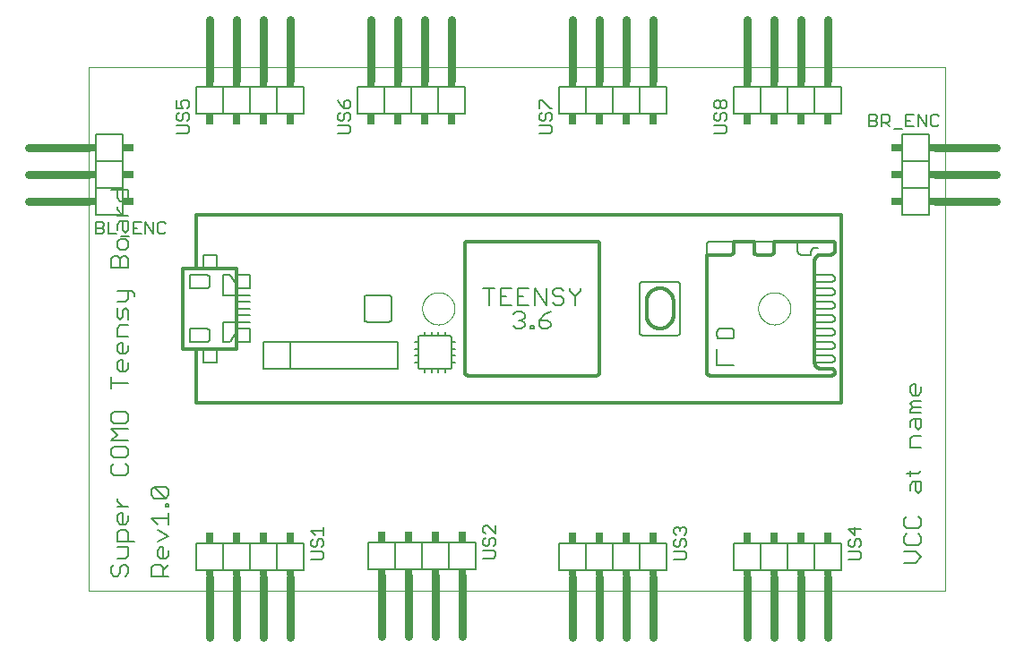
<source format=gto>
G75*
%MOIN*%
%OFA0B0*%
%FSLAX25Y25*%
%IPPOS*%
%LPD*%
%AMOC8*
5,1,8,0,0,1.08239X$1,22.5*
%
%ADD10C,0.00000*%
%ADD11C,0.00600*%
%ADD12C,0.03000*%
%ADD13R,0.02000X0.03000*%
%ADD14R,0.04000X0.03000*%
%ADD15C,0.00500*%
%ADD16C,0.01200*%
%ADD17C,0.00800*%
%ADD18R,0.03000X0.02000*%
%ADD19R,0.03000X0.04000*%
D10*
X0046300Y0041300D02*
X0046300Y0236261D01*
X0365001Y0236261D01*
X0365001Y0041300D01*
X0046300Y0041300D01*
X0170300Y0146300D02*
X0170302Y0146454D01*
X0170308Y0146609D01*
X0170318Y0146763D01*
X0170332Y0146917D01*
X0170350Y0147070D01*
X0170371Y0147223D01*
X0170397Y0147376D01*
X0170427Y0147527D01*
X0170460Y0147678D01*
X0170498Y0147828D01*
X0170539Y0147977D01*
X0170584Y0148125D01*
X0170633Y0148271D01*
X0170686Y0148417D01*
X0170742Y0148560D01*
X0170802Y0148703D01*
X0170866Y0148843D01*
X0170933Y0148983D01*
X0171004Y0149120D01*
X0171078Y0149255D01*
X0171156Y0149389D01*
X0171237Y0149520D01*
X0171322Y0149649D01*
X0171410Y0149777D01*
X0171501Y0149901D01*
X0171595Y0150024D01*
X0171693Y0150144D01*
X0171793Y0150261D01*
X0171897Y0150376D01*
X0172003Y0150488D01*
X0172112Y0150597D01*
X0172224Y0150703D01*
X0172339Y0150807D01*
X0172456Y0150907D01*
X0172576Y0151005D01*
X0172699Y0151099D01*
X0172823Y0151190D01*
X0172951Y0151278D01*
X0173080Y0151363D01*
X0173211Y0151444D01*
X0173345Y0151522D01*
X0173480Y0151596D01*
X0173617Y0151667D01*
X0173757Y0151734D01*
X0173897Y0151798D01*
X0174040Y0151858D01*
X0174183Y0151914D01*
X0174329Y0151967D01*
X0174475Y0152016D01*
X0174623Y0152061D01*
X0174772Y0152102D01*
X0174922Y0152140D01*
X0175073Y0152173D01*
X0175224Y0152203D01*
X0175377Y0152229D01*
X0175530Y0152250D01*
X0175683Y0152268D01*
X0175837Y0152282D01*
X0175991Y0152292D01*
X0176146Y0152298D01*
X0176300Y0152300D01*
X0176454Y0152298D01*
X0176609Y0152292D01*
X0176763Y0152282D01*
X0176917Y0152268D01*
X0177070Y0152250D01*
X0177223Y0152229D01*
X0177376Y0152203D01*
X0177527Y0152173D01*
X0177678Y0152140D01*
X0177828Y0152102D01*
X0177977Y0152061D01*
X0178125Y0152016D01*
X0178271Y0151967D01*
X0178417Y0151914D01*
X0178560Y0151858D01*
X0178703Y0151798D01*
X0178843Y0151734D01*
X0178983Y0151667D01*
X0179120Y0151596D01*
X0179255Y0151522D01*
X0179389Y0151444D01*
X0179520Y0151363D01*
X0179649Y0151278D01*
X0179777Y0151190D01*
X0179901Y0151099D01*
X0180024Y0151005D01*
X0180144Y0150907D01*
X0180261Y0150807D01*
X0180376Y0150703D01*
X0180488Y0150597D01*
X0180597Y0150488D01*
X0180703Y0150376D01*
X0180807Y0150261D01*
X0180907Y0150144D01*
X0181005Y0150024D01*
X0181099Y0149901D01*
X0181190Y0149777D01*
X0181278Y0149649D01*
X0181363Y0149520D01*
X0181444Y0149389D01*
X0181522Y0149255D01*
X0181596Y0149120D01*
X0181667Y0148983D01*
X0181734Y0148843D01*
X0181798Y0148703D01*
X0181858Y0148560D01*
X0181914Y0148417D01*
X0181967Y0148271D01*
X0182016Y0148125D01*
X0182061Y0147977D01*
X0182102Y0147828D01*
X0182140Y0147678D01*
X0182173Y0147527D01*
X0182203Y0147376D01*
X0182229Y0147223D01*
X0182250Y0147070D01*
X0182268Y0146917D01*
X0182282Y0146763D01*
X0182292Y0146609D01*
X0182298Y0146454D01*
X0182300Y0146300D01*
X0182298Y0146146D01*
X0182292Y0145991D01*
X0182282Y0145837D01*
X0182268Y0145683D01*
X0182250Y0145530D01*
X0182229Y0145377D01*
X0182203Y0145224D01*
X0182173Y0145073D01*
X0182140Y0144922D01*
X0182102Y0144772D01*
X0182061Y0144623D01*
X0182016Y0144475D01*
X0181967Y0144329D01*
X0181914Y0144183D01*
X0181858Y0144040D01*
X0181798Y0143897D01*
X0181734Y0143757D01*
X0181667Y0143617D01*
X0181596Y0143480D01*
X0181522Y0143345D01*
X0181444Y0143211D01*
X0181363Y0143080D01*
X0181278Y0142951D01*
X0181190Y0142823D01*
X0181099Y0142699D01*
X0181005Y0142576D01*
X0180907Y0142456D01*
X0180807Y0142339D01*
X0180703Y0142224D01*
X0180597Y0142112D01*
X0180488Y0142003D01*
X0180376Y0141897D01*
X0180261Y0141793D01*
X0180144Y0141693D01*
X0180024Y0141595D01*
X0179901Y0141501D01*
X0179777Y0141410D01*
X0179649Y0141322D01*
X0179520Y0141237D01*
X0179389Y0141156D01*
X0179255Y0141078D01*
X0179120Y0141004D01*
X0178983Y0140933D01*
X0178843Y0140866D01*
X0178703Y0140802D01*
X0178560Y0140742D01*
X0178417Y0140686D01*
X0178271Y0140633D01*
X0178125Y0140584D01*
X0177977Y0140539D01*
X0177828Y0140498D01*
X0177678Y0140460D01*
X0177527Y0140427D01*
X0177376Y0140397D01*
X0177223Y0140371D01*
X0177070Y0140350D01*
X0176917Y0140332D01*
X0176763Y0140318D01*
X0176609Y0140308D01*
X0176454Y0140302D01*
X0176300Y0140300D01*
X0176146Y0140302D01*
X0175991Y0140308D01*
X0175837Y0140318D01*
X0175683Y0140332D01*
X0175530Y0140350D01*
X0175377Y0140371D01*
X0175224Y0140397D01*
X0175073Y0140427D01*
X0174922Y0140460D01*
X0174772Y0140498D01*
X0174623Y0140539D01*
X0174475Y0140584D01*
X0174329Y0140633D01*
X0174183Y0140686D01*
X0174040Y0140742D01*
X0173897Y0140802D01*
X0173757Y0140866D01*
X0173617Y0140933D01*
X0173480Y0141004D01*
X0173345Y0141078D01*
X0173211Y0141156D01*
X0173080Y0141237D01*
X0172951Y0141322D01*
X0172823Y0141410D01*
X0172699Y0141501D01*
X0172576Y0141595D01*
X0172456Y0141693D01*
X0172339Y0141793D01*
X0172224Y0141897D01*
X0172112Y0142003D01*
X0172003Y0142112D01*
X0171897Y0142224D01*
X0171793Y0142339D01*
X0171693Y0142456D01*
X0171595Y0142576D01*
X0171501Y0142699D01*
X0171410Y0142823D01*
X0171322Y0142951D01*
X0171237Y0143080D01*
X0171156Y0143211D01*
X0171078Y0143345D01*
X0171004Y0143480D01*
X0170933Y0143617D01*
X0170866Y0143757D01*
X0170802Y0143897D01*
X0170742Y0144040D01*
X0170686Y0144183D01*
X0170633Y0144329D01*
X0170584Y0144475D01*
X0170539Y0144623D01*
X0170498Y0144772D01*
X0170460Y0144922D01*
X0170427Y0145073D01*
X0170397Y0145224D01*
X0170371Y0145377D01*
X0170350Y0145530D01*
X0170332Y0145683D01*
X0170318Y0145837D01*
X0170308Y0145991D01*
X0170302Y0146146D01*
X0170300Y0146300D01*
X0295300Y0146300D02*
X0295302Y0146454D01*
X0295308Y0146609D01*
X0295318Y0146763D01*
X0295332Y0146917D01*
X0295350Y0147070D01*
X0295371Y0147223D01*
X0295397Y0147376D01*
X0295427Y0147527D01*
X0295460Y0147678D01*
X0295498Y0147828D01*
X0295539Y0147977D01*
X0295584Y0148125D01*
X0295633Y0148271D01*
X0295686Y0148417D01*
X0295742Y0148560D01*
X0295802Y0148703D01*
X0295866Y0148843D01*
X0295933Y0148983D01*
X0296004Y0149120D01*
X0296078Y0149255D01*
X0296156Y0149389D01*
X0296237Y0149520D01*
X0296322Y0149649D01*
X0296410Y0149777D01*
X0296501Y0149901D01*
X0296595Y0150024D01*
X0296693Y0150144D01*
X0296793Y0150261D01*
X0296897Y0150376D01*
X0297003Y0150488D01*
X0297112Y0150597D01*
X0297224Y0150703D01*
X0297339Y0150807D01*
X0297456Y0150907D01*
X0297576Y0151005D01*
X0297699Y0151099D01*
X0297823Y0151190D01*
X0297951Y0151278D01*
X0298080Y0151363D01*
X0298211Y0151444D01*
X0298345Y0151522D01*
X0298480Y0151596D01*
X0298617Y0151667D01*
X0298757Y0151734D01*
X0298897Y0151798D01*
X0299040Y0151858D01*
X0299183Y0151914D01*
X0299329Y0151967D01*
X0299475Y0152016D01*
X0299623Y0152061D01*
X0299772Y0152102D01*
X0299922Y0152140D01*
X0300073Y0152173D01*
X0300224Y0152203D01*
X0300377Y0152229D01*
X0300530Y0152250D01*
X0300683Y0152268D01*
X0300837Y0152282D01*
X0300991Y0152292D01*
X0301146Y0152298D01*
X0301300Y0152300D01*
X0301454Y0152298D01*
X0301609Y0152292D01*
X0301763Y0152282D01*
X0301917Y0152268D01*
X0302070Y0152250D01*
X0302223Y0152229D01*
X0302376Y0152203D01*
X0302527Y0152173D01*
X0302678Y0152140D01*
X0302828Y0152102D01*
X0302977Y0152061D01*
X0303125Y0152016D01*
X0303271Y0151967D01*
X0303417Y0151914D01*
X0303560Y0151858D01*
X0303703Y0151798D01*
X0303843Y0151734D01*
X0303983Y0151667D01*
X0304120Y0151596D01*
X0304255Y0151522D01*
X0304389Y0151444D01*
X0304520Y0151363D01*
X0304649Y0151278D01*
X0304777Y0151190D01*
X0304901Y0151099D01*
X0305024Y0151005D01*
X0305144Y0150907D01*
X0305261Y0150807D01*
X0305376Y0150703D01*
X0305488Y0150597D01*
X0305597Y0150488D01*
X0305703Y0150376D01*
X0305807Y0150261D01*
X0305907Y0150144D01*
X0306005Y0150024D01*
X0306099Y0149901D01*
X0306190Y0149777D01*
X0306278Y0149649D01*
X0306363Y0149520D01*
X0306444Y0149389D01*
X0306522Y0149255D01*
X0306596Y0149120D01*
X0306667Y0148983D01*
X0306734Y0148843D01*
X0306798Y0148703D01*
X0306858Y0148560D01*
X0306914Y0148417D01*
X0306967Y0148271D01*
X0307016Y0148125D01*
X0307061Y0147977D01*
X0307102Y0147828D01*
X0307140Y0147678D01*
X0307173Y0147527D01*
X0307203Y0147376D01*
X0307229Y0147223D01*
X0307250Y0147070D01*
X0307268Y0146917D01*
X0307282Y0146763D01*
X0307292Y0146609D01*
X0307298Y0146454D01*
X0307300Y0146300D01*
X0307298Y0146146D01*
X0307292Y0145991D01*
X0307282Y0145837D01*
X0307268Y0145683D01*
X0307250Y0145530D01*
X0307229Y0145377D01*
X0307203Y0145224D01*
X0307173Y0145073D01*
X0307140Y0144922D01*
X0307102Y0144772D01*
X0307061Y0144623D01*
X0307016Y0144475D01*
X0306967Y0144329D01*
X0306914Y0144183D01*
X0306858Y0144040D01*
X0306798Y0143897D01*
X0306734Y0143757D01*
X0306667Y0143617D01*
X0306596Y0143480D01*
X0306522Y0143345D01*
X0306444Y0143211D01*
X0306363Y0143080D01*
X0306278Y0142951D01*
X0306190Y0142823D01*
X0306099Y0142699D01*
X0306005Y0142576D01*
X0305907Y0142456D01*
X0305807Y0142339D01*
X0305703Y0142224D01*
X0305597Y0142112D01*
X0305488Y0142003D01*
X0305376Y0141897D01*
X0305261Y0141793D01*
X0305144Y0141693D01*
X0305024Y0141595D01*
X0304901Y0141501D01*
X0304777Y0141410D01*
X0304649Y0141322D01*
X0304520Y0141237D01*
X0304389Y0141156D01*
X0304255Y0141078D01*
X0304120Y0141004D01*
X0303983Y0140933D01*
X0303843Y0140866D01*
X0303703Y0140802D01*
X0303560Y0140742D01*
X0303417Y0140686D01*
X0303271Y0140633D01*
X0303125Y0140584D01*
X0302977Y0140539D01*
X0302828Y0140498D01*
X0302678Y0140460D01*
X0302527Y0140427D01*
X0302376Y0140397D01*
X0302223Y0140371D01*
X0302070Y0140350D01*
X0301917Y0140332D01*
X0301763Y0140318D01*
X0301609Y0140308D01*
X0301454Y0140302D01*
X0301300Y0140300D01*
X0301146Y0140302D01*
X0300991Y0140308D01*
X0300837Y0140318D01*
X0300683Y0140332D01*
X0300530Y0140350D01*
X0300377Y0140371D01*
X0300224Y0140397D01*
X0300073Y0140427D01*
X0299922Y0140460D01*
X0299772Y0140498D01*
X0299623Y0140539D01*
X0299475Y0140584D01*
X0299329Y0140633D01*
X0299183Y0140686D01*
X0299040Y0140742D01*
X0298897Y0140802D01*
X0298757Y0140866D01*
X0298617Y0140933D01*
X0298480Y0141004D01*
X0298345Y0141078D01*
X0298211Y0141156D01*
X0298080Y0141237D01*
X0297951Y0141322D01*
X0297823Y0141410D01*
X0297699Y0141501D01*
X0297576Y0141595D01*
X0297456Y0141693D01*
X0297339Y0141793D01*
X0297224Y0141897D01*
X0297112Y0142003D01*
X0297003Y0142112D01*
X0296897Y0142224D01*
X0296793Y0142339D01*
X0296693Y0142456D01*
X0296595Y0142576D01*
X0296501Y0142699D01*
X0296410Y0142823D01*
X0296322Y0142951D01*
X0296237Y0143080D01*
X0296156Y0143211D01*
X0296078Y0143345D01*
X0296004Y0143480D01*
X0295933Y0143617D01*
X0295866Y0143757D01*
X0295802Y0143897D01*
X0295742Y0144040D01*
X0295686Y0144183D01*
X0295633Y0144329D01*
X0295584Y0144475D01*
X0295539Y0144623D01*
X0295498Y0144772D01*
X0295460Y0144922D01*
X0295427Y0145073D01*
X0295397Y0145224D01*
X0295371Y0145377D01*
X0295350Y0145530D01*
X0295332Y0145683D01*
X0295318Y0145837D01*
X0295308Y0145991D01*
X0295302Y0146146D01*
X0295300Y0146300D01*
D11*
X0348800Y0181300D02*
X0358800Y0181300D01*
X0358800Y0191300D01*
X0358800Y0201300D01*
X0358800Y0211300D01*
X0348800Y0211300D01*
X0348800Y0201300D01*
X0348800Y0191300D01*
X0348800Y0181300D01*
X0348800Y0191300D02*
X0358800Y0191300D01*
X0358800Y0201300D02*
X0348800Y0201300D01*
X0326300Y0218800D02*
X0326300Y0228800D01*
X0316300Y0228800D01*
X0306300Y0228800D01*
X0296300Y0228800D01*
X0286300Y0228800D01*
X0286300Y0218800D01*
X0296300Y0218800D01*
X0306300Y0218800D01*
X0316300Y0218800D01*
X0326300Y0218800D01*
X0316300Y0218800D02*
X0316300Y0228800D01*
X0306300Y0228800D02*
X0306300Y0218800D01*
X0296300Y0218800D02*
X0296300Y0228800D01*
X0261300Y0228800D02*
X0261300Y0218800D01*
X0251300Y0218800D01*
X0251300Y0228800D01*
X0261300Y0228800D01*
X0251300Y0228800D02*
X0241300Y0228800D01*
X0231300Y0228800D01*
X0221300Y0228800D01*
X0221300Y0218800D01*
X0231300Y0218800D01*
X0241300Y0218800D01*
X0251300Y0218800D01*
X0241300Y0218800D02*
X0241300Y0228800D01*
X0231300Y0228800D02*
X0231300Y0218800D01*
X0186300Y0218800D02*
X0186300Y0228800D01*
X0176300Y0228800D01*
X0166300Y0228800D01*
X0156300Y0228800D01*
X0146300Y0228800D01*
X0146300Y0218800D01*
X0156300Y0218800D01*
X0166300Y0218800D01*
X0176300Y0218800D01*
X0186300Y0218800D01*
X0176300Y0218800D02*
X0176300Y0228800D01*
X0166300Y0228800D02*
X0166300Y0218800D01*
X0156300Y0218800D02*
X0156300Y0228800D01*
X0126300Y0228800D02*
X0126300Y0218800D01*
X0116300Y0218800D01*
X0116300Y0228800D01*
X0126300Y0228800D01*
X0116300Y0228800D02*
X0106300Y0228800D01*
X0096300Y0228800D01*
X0086300Y0228800D01*
X0086300Y0218800D01*
X0096300Y0218800D01*
X0106300Y0218800D01*
X0116300Y0218800D01*
X0106300Y0218800D02*
X0106300Y0228800D01*
X0096300Y0228800D02*
X0096300Y0218800D01*
X0058800Y0211300D02*
X0058800Y0201300D01*
X0048800Y0201300D01*
X0048800Y0211300D01*
X0058800Y0211300D01*
X0058800Y0201300D02*
X0058800Y0191300D01*
X0048800Y0191300D01*
X0048800Y0201300D01*
X0048800Y0191300D02*
X0048800Y0181300D01*
X0058800Y0181300D01*
X0058800Y0191300D01*
X0056730Y0190523D02*
X0056730Y0187320D01*
X0057797Y0186252D01*
X0059932Y0186252D01*
X0061000Y0187320D01*
X0061000Y0190523D01*
X0054595Y0190523D01*
X0056730Y0184084D02*
X0056730Y0183016D01*
X0058865Y0180881D01*
X0061000Y0180881D02*
X0056730Y0180881D01*
X0057797Y0178706D02*
X0056730Y0177638D01*
X0056730Y0175503D01*
X0058865Y0175503D02*
X0059932Y0174436D01*
X0061000Y0175503D01*
X0061000Y0178706D01*
X0057797Y0178706D01*
X0058865Y0178706D02*
X0058865Y0175503D01*
X0059932Y0172261D02*
X0057797Y0172261D01*
X0056730Y0171193D01*
X0056730Y0169058D01*
X0057797Y0167990D01*
X0059932Y0167990D01*
X0061000Y0169058D01*
X0061000Y0171193D01*
X0059932Y0172261D01*
X0059932Y0165815D02*
X0061000Y0164747D01*
X0061000Y0161545D01*
X0054595Y0161545D01*
X0054595Y0164747D01*
X0055662Y0165815D01*
X0056730Y0165815D01*
X0057797Y0164747D01*
X0057797Y0161545D01*
X0057797Y0164747D02*
X0058865Y0165815D01*
X0059932Y0165815D01*
X0061000Y0152924D02*
X0061000Y0149721D01*
X0059932Y0148654D01*
X0056730Y0148654D01*
X0056730Y0146479D02*
X0056730Y0143276D01*
X0057797Y0142208D01*
X0058865Y0143276D01*
X0058865Y0145411D01*
X0059932Y0146479D01*
X0061000Y0145411D01*
X0061000Y0142208D01*
X0061000Y0140033D02*
X0057797Y0140033D01*
X0056730Y0138965D01*
X0056730Y0135763D01*
X0061000Y0135763D01*
X0058865Y0133588D02*
X0058865Y0129317D01*
X0059932Y0129317D02*
X0057797Y0129317D01*
X0056730Y0130385D01*
X0056730Y0132520D01*
X0057797Y0133588D01*
X0058865Y0133588D01*
X0061000Y0132520D02*
X0061000Y0130385D01*
X0059932Y0129317D01*
X0058865Y0127142D02*
X0058865Y0122872D01*
X0059932Y0122872D02*
X0057797Y0122872D01*
X0056730Y0123939D01*
X0056730Y0126074D01*
X0057797Y0127142D01*
X0058865Y0127142D01*
X0061000Y0126074D02*
X0061000Y0123939D01*
X0059932Y0122872D01*
X0054595Y0120697D02*
X0054595Y0116426D01*
X0054595Y0118561D02*
X0061000Y0118561D01*
X0059932Y0107806D02*
X0055662Y0107806D01*
X0054595Y0106738D01*
X0054595Y0104603D01*
X0055662Y0103535D01*
X0059932Y0103535D01*
X0061000Y0104603D01*
X0061000Y0106738D01*
X0059932Y0107806D01*
X0061000Y0101360D02*
X0054595Y0101360D01*
X0056730Y0099225D01*
X0054595Y0097090D01*
X0061000Y0097090D01*
X0059932Y0094915D02*
X0055662Y0094915D01*
X0054595Y0093847D01*
X0054595Y0091712D01*
X0055662Y0090644D01*
X0059932Y0090644D01*
X0061000Y0091712D01*
X0061000Y0093847D01*
X0059932Y0094915D01*
X0059932Y0088469D02*
X0061000Y0087401D01*
X0061000Y0085266D01*
X0059932Y0084199D01*
X0055662Y0084199D01*
X0054595Y0085266D01*
X0054595Y0087401D01*
X0055662Y0088469D01*
X0069595Y0078807D02*
X0070662Y0079875D01*
X0074932Y0075605D01*
X0076000Y0076672D01*
X0076000Y0078807D01*
X0074932Y0079875D01*
X0070662Y0079875D01*
X0069595Y0078807D02*
X0069595Y0076672D01*
X0070662Y0075605D01*
X0074932Y0075605D01*
X0074932Y0073450D02*
X0076000Y0073450D01*
X0076000Y0072382D01*
X0074932Y0072382D01*
X0074932Y0073450D01*
X0076000Y0070207D02*
X0076000Y0065936D01*
X0076000Y0068072D02*
X0069595Y0068072D01*
X0071730Y0065936D01*
X0071730Y0063761D02*
X0076000Y0061626D01*
X0071730Y0059491D01*
X0072797Y0057316D02*
X0073865Y0057316D01*
X0073865Y0053045D01*
X0074932Y0053045D02*
X0072797Y0053045D01*
X0071730Y0054113D01*
X0071730Y0056248D01*
X0072797Y0057316D01*
X0076000Y0056248D02*
X0076000Y0054113D01*
X0074932Y0053045D01*
X0076000Y0050870D02*
X0073865Y0048735D01*
X0073865Y0049803D02*
X0073865Y0046600D01*
X0076000Y0046600D02*
X0069595Y0046600D01*
X0069595Y0049803D01*
X0070662Y0050870D01*
X0072797Y0050870D01*
X0073865Y0049803D01*
X0086300Y0048800D02*
X0086300Y0058800D01*
X0096300Y0058800D01*
X0096300Y0048800D01*
X0086300Y0048800D01*
X0096300Y0048800D02*
X0106300Y0048800D01*
X0116300Y0048800D01*
X0126300Y0048800D01*
X0126300Y0058800D01*
X0116300Y0058800D01*
X0106300Y0058800D01*
X0096300Y0058800D01*
X0106300Y0058800D02*
X0106300Y0048800D01*
X0116300Y0048800D02*
X0116300Y0058800D01*
X0150300Y0059300D02*
X0150300Y0049300D01*
X0160300Y0049300D01*
X0170300Y0049300D01*
X0180300Y0049300D01*
X0190300Y0049300D01*
X0190300Y0059300D01*
X0180300Y0059300D01*
X0170300Y0059300D01*
X0160300Y0059300D01*
X0150300Y0059300D01*
X0160300Y0059300D02*
X0160300Y0049300D01*
X0170300Y0049300D02*
X0170300Y0059300D01*
X0180300Y0059300D02*
X0180300Y0049300D01*
X0221300Y0048800D02*
X0231300Y0048800D01*
X0241300Y0048800D01*
X0251300Y0048800D01*
X0261300Y0048800D01*
X0261300Y0058800D01*
X0251300Y0058800D01*
X0241300Y0058800D01*
X0231300Y0058800D01*
X0221300Y0058800D01*
X0221300Y0048800D01*
X0231300Y0048800D02*
X0231300Y0058800D01*
X0241300Y0058800D02*
X0241300Y0048800D01*
X0251300Y0048800D02*
X0251300Y0058800D01*
X0286300Y0058800D02*
X0286300Y0048800D01*
X0296300Y0048800D01*
X0306300Y0048800D01*
X0316300Y0048800D01*
X0326300Y0048800D01*
X0326300Y0058800D01*
X0316300Y0058800D01*
X0306300Y0058800D01*
X0296300Y0058800D01*
X0286300Y0058800D01*
X0296300Y0058800D02*
X0296300Y0048800D01*
X0306300Y0048800D02*
X0306300Y0058800D01*
X0316300Y0058800D02*
X0316300Y0048800D01*
X0349595Y0051600D02*
X0353865Y0051600D01*
X0356000Y0053735D01*
X0353865Y0055870D01*
X0349595Y0055870D01*
X0350662Y0058045D02*
X0354932Y0058045D01*
X0356000Y0059113D01*
X0356000Y0061248D01*
X0354932Y0062316D01*
X0354932Y0064491D02*
X0356000Y0065559D01*
X0356000Y0067694D01*
X0354932Y0068761D01*
X0350662Y0068761D02*
X0349595Y0067694D01*
X0349595Y0065559D01*
X0350662Y0064491D01*
X0354932Y0064491D01*
X0350662Y0062316D02*
X0349595Y0061248D01*
X0349595Y0059113D01*
X0350662Y0058045D01*
X0354932Y0077382D02*
X0353865Y0078450D01*
X0353865Y0081652D01*
X0352797Y0081652D02*
X0356000Y0081652D01*
X0356000Y0078450D01*
X0354932Y0077382D01*
X0351730Y0078450D02*
X0351730Y0080585D01*
X0352797Y0081652D01*
X0351730Y0083827D02*
X0351730Y0085963D01*
X0350662Y0084895D02*
X0354932Y0084895D01*
X0356000Y0085963D01*
X0356000Y0094570D02*
X0351730Y0094570D01*
X0351730Y0097773D01*
X0352797Y0098840D01*
X0356000Y0098840D01*
X0354932Y0101015D02*
X0353865Y0102083D01*
X0353865Y0105286D01*
X0352797Y0105286D02*
X0356000Y0105286D01*
X0356000Y0102083D01*
X0354932Y0101015D01*
X0351730Y0102083D02*
X0351730Y0104218D01*
X0352797Y0105286D01*
X0351730Y0107461D02*
X0351730Y0108529D01*
X0352797Y0109596D01*
X0351730Y0110664D01*
X0352797Y0111731D01*
X0356000Y0111731D01*
X0356000Y0109596D02*
X0352797Y0109596D01*
X0351730Y0107461D02*
X0356000Y0107461D01*
X0354932Y0113906D02*
X0352797Y0113906D01*
X0351730Y0114974D01*
X0351730Y0117109D01*
X0352797Y0118177D01*
X0353865Y0118177D01*
X0353865Y0113906D01*
X0354932Y0113906D02*
X0356000Y0114974D01*
X0356000Y0117109D01*
X0063135Y0150789D02*
X0063135Y0151856D01*
X0062068Y0152924D01*
X0056730Y0152924D01*
X0056730Y0075585D02*
X0056730Y0074517D01*
X0058865Y0072382D01*
X0061000Y0072382D02*
X0056730Y0072382D01*
X0057797Y0070207D02*
X0056730Y0069139D01*
X0056730Y0067004D01*
X0057797Y0065936D01*
X0059932Y0065936D01*
X0061000Y0067004D01*
X0061000Y0069139D01*
X0058865Y0070207D02*
X0058865Y0065936D01*
X0059932Y0063761D02*
X0061000Y0062694D01*
X0061000Y0059491D01*
X0063135Y0059491D02*
X0056730Y0059491D01*
X0056730Y0062694D01*
X0057797Y0063761D01*
X0059932Y0063761D01*
X0061000Y0057316D02*
X0056730Y0057316D01*
X0061000Y0057316D02*
X0061000Y0054113D01*
X0059932Y0053045D01*
X0056730Y0053045D01*
X0055662Y0050870D02*
X0054595Y0049803D01*
X0054595Y0047668D01*
X0055662Y0046600D01*
X0056730Y0046600D01*
X0057797Y0047668D01*
X0057797Y0049803D01*
X0058865Y0050870D01*
X0059932Y0050870D01*
X0061000Y0049803D01*
X0061000Y0047668D01*
X0059932Y0046600D01*
X0058865Y0070207D02*
X0057797Y0070207D01*
D12*
X0091300Y0046300D02*
X0091300Y0023800D01*
X0101300Y0023800D02*
X0101300Y0046300D01*
X0111300Y0046300D02*
X0111300Y0023800D01*
X0121300Y0023800D02*
X0121300Y0046300D01*
X0155300Y0046800D02*
X0155300Y0024300D01*
X0165300Y0024300D02*
X0165300Y0046800D01*
X0175300Y0046800D02*
X0175300Y0024300D01*
X0185300Y0024300D02*
X0185300Y0046800D01*
X0226300Y0046300D02*
X0226300Y0023800D01*
X0236300Y0023800D02*
X0236300Y0046300D01*
X0246300Y0046300D02*
X0246300Y0023800D01*
X0256300Y0023800D02*
X0256300Y0046300D01*
X0291300Y0046300D02*
X0291300Y0023800D01*
X0301300Y0023800D02*
X0301300Y0046300D01*
X0311300Y0046300D02*
X0311300Y0023800D01*
X0321300Y0023800D02*
X0321300Y0046300D01*
X0361300Y0186300D02*
X0383800Y0186300D01*
X0383800Y0196300D02*
X0361300Y0196300D01*
X0361300Y0206300D02*
X0383800Y0206300D01*
X0321300Y0231300D02*
X0321300Y0253800D01*
X0311300Y0253800D02*
X0311300Y0231300D01*
X0301300Y0231300D02*
X0301300Y0253800D01*
X0291300Y0253800D02*
X0291300Y0231300D01*
X0256300Y0231300D02*
X0256300Y0253800D01*
X0246300Y0253800D02*
X0246300Y0231300D01*
X0236300Y0231300D02*
X0236300Y0253800D01*
X0226300Y0253800D02*
X0226300Y0231300D01*
X0181300Y0231300D02*
X0181300Y0253800D01*
X0171300Y0253800D02*
X0171300Y0231300D01*
X0161300Y0231300D02*
X0161300Y0253800D01*
X0151300Y0253800D02*
X0151300Y0231300D01*
X0121300Y0231300D02*
X0121300Y0253800D01*
X0111300Y0253800D02*
X0111300Y0231300D01*
X0101300Y0231300D02*
X0101300Y0253800D01*
X0091300Y0253800D02*
X0091300Y0231300D01*
X0046300Y0206300D02*
X0023800Y0206300D01*
X0023800Y0196300D02*
X0046300Y0196300D01*
X0046300Y0186300D02*
X0023800Y0186300D01*
D13*
X0047800Y0186300D03*
X0047800Y0196300D03*
X0047800Y0206300D03*
X0359800Y0206300D03*
X0359800Y0196300D03*
X0359800Y0186300D03*
D14*
X0346800Y0186300D03*
X0346800Y0196300D03*
X0346800Y0206300D03*
X0060800Y0206300D03*
X0060800Y0196300D03*
X0060800Y0186300D03*
D15*
X0062738Y0178554D02*
X0062738Y0174050D01*
X0065741Y0174050D01*
X0067342Y0174050D02*
X0067342Y0178554D01*
X0070345Y0174050D01*
X0070345Y0178554D01*
X0071946Y0177803D02*
X0071946Y0174801D01*
X0072697Y0174050D01*
X0074198Y0174050D01*
X0074949Y0174801D01*
X0074949Y0177803D02*
X0074198Y0178554D01*
X0072697Y0178554D01*
X0071946Y0177803D01*
X0065741Y0178554D02*
X0062738Y0178554D01*
X0062738Y0176302D02*
X0064239Y0176302D01*
X0061137Y0173299D02*
X0058134Y0173299D01*
X0056533Y0174050D02*
X0053530Y0174050D01*
X0053530Y0178554D01*
X0051929Y0177803D02*
X0051929Y0177053D01*
X0051178Y0176302D01*
X0048926Y0176302D01*
X0048926Y0174050D02*
X0048926Y0178554D01*
X0051178Y0178554D01*
X0051929Y0177803D01*
X0051178Y0176302D02*
X0051929Y0175551D01*
X0051929Y0174801D01*
X0051178Y0174050D01*
X0048926Y0174050D01*
X0083800Y0158800D02*
X0083800Y0153800D01*
X0090050Y0153800D01*
X0090118Y0153802D01*
X0090185Y0153807D01*
X0090252Y0153816D01*
X0090319Y0153829D01*
X0090384Y0153846D01*
X0090449Y0153865D01*
X0090513Y0153889D01*
X0090575Y0153916D01*
X0090636Y0153946D01*
X0090694Y0153979D01*
X0090751Y0154015D01*
X0090806Y0154055D01*
X0090859Y0154097D01*
X0090910Y0154143D01*
X0090957Y0154190D01*
X0091003Y0154241D01*
X0091045Y0154294D01*
X0091085Y0154349D01*
X0091121Y0154406D01*
X0091154Y0154464D01*
X0091184Y0154525D01*
X0091211Y0154587D01*
X0091235Y0154651D01*
X0091254Y0154716D01*
X0091271Y0154781D01*
X0091284Y0154848D01*
X0091293Y0154915D01*
X0091298Y0154982D01*
X0091300Y0155050D01*
X0091300Y0157550D01*
X0091298Y0157618D01*
X0091293Y0157685D01*
X0091284Y0157752D01*
X0091271Y0157819D01*
X0091254Y0157884D01*
X0091235Y0157949D01*
X0091211Y0158013D01*
X0091184Y0158075D01*
X0091154Y0158136D01*
X0091121Y0158194D01*
X0091085Y0158251D01*
X0091045Y0158306D01*
X0091003Y0158359D01*
X0090957Y0158410D01*
X0090910Y0158457D01*
X0090859Y0158503D01*
X0090806Y0158545D01*
X0090751Y0158585D01*
X0090694Y0158621D01*
X0090636Y0158654D01*
X0090575Y0158684D01*
X0090513Y0158711D01*
X0090449Y0158735D01*
X0090384Y0158754D01*
X0090319Y0158771D01*
X0090252Y0158784D01*
X0090185Y0158793D01*
X0090118Y0158798D01*
X0090050Y0158800D01*
X0083800Y0158800D01*
X0088800Y0161300D02*
X0088800Y0166300D01*
X0093800Y0166300D01*
X0093800Y0161300D01*
X0096300Y0158800D02*
X0098131Y0158800D01*
X0099171Y0158243D02*
X0101300Y0155050D01*
X0101300Y0153800D02*
X0106300Y0153800D01*
X0106300Y0158800D01*
X0101300Y0158800D01*
X0099171Y0158243D02*
X0099132Y0158299D01*
X0099089Y0158353D01*
X0099044Y0158404D01*
X0098996Y0158452D01*
X0098946Y0158498D01*
X0098893Y0158541D01*
X0098837Y0158581D01*
X0098780Y0158618D01*
X0098721Y0158652D01*
X0098660Y0158683D01*
X0098597Y0158710D01*
X0098533Y0158734D01*
X0098468Y0158754D01*
X0098402Y0158770D01*
X0098335Y0158783D01*
X0098267Y0158793D01*
X0098199Y0158798D01*
X0098131Y0158800D01*
X0096300Y0158800D02*
X0096300Y0151300D01*
X0101300Y0151300D01*
X0106300Y0151300D01*
X0106300Y0148800D02*
X0101300Y0148800D01*
X0101300Y0146300D02*
X0106300Y0146300D01*
X0106300Y0143800D02*
X0101300Y0143800D01*
X0101300Y0141300D02*
X0096300Y0141300D01*
X0096300Y0133800D01*
X0098131Y0133800D01*
X0099171Y0134357D02*
X0101300Y0137550D01*
X0101300Y0138800D02*
X0106300Y0138800D01*
X0106300Y0133800D01*
X0101300Y0133800D01*
X0099171Y0134357D02*
X0099132Y0134301D01*
X0099089Y0134247D01*
X0099044Y0134196D01*
X0098996Y0134148D01*
X0098946Y0134102D01*
X0098893Y0134059D01*
X0098837Y0134019D01*
X0098780Y0133982D01*
X0098721Y0133948D01*
X0098660Y0133917D01*
X0098597Y0133890D01*
X0098533Y0133866D01*
X0098468Y0133846D01*
X0098402Y0133830D01*
X0098335Y0133817D01*
X0098267Y0133807D01*
X0098199Y0133802D01*
X0098131Y0133800D01*
X0093800Y0131300D02*
X0093800Y0126300D01*
X0088800Y0126300D01*
X0088800Y0131300D01*
X0090050Y0133800D02*
X0083800Y0133800D01*
X0083800Y0138800D01*
X0090050Y0138800D01*
X0090118Y0138798D01*
X0090185Y0138793D01*
X0090252Y0138784D01*
X0090319Y0138771D01*
X0090384Y0138754D01*
X0090449Y0138735D01*
X0090513Y0138711D01*
X0090575Y0138684D01*
X0090636Y0138654D01*
X0090694Y0138621D01*
X0090751Y0138585D01*
X0090806Y0138545D01*
X0090859Y0138503D01*
X0090910Y0138457D01*
X0090957Y0138410D01*
X0091003Y0138359D01*
X0091045Y0138306D01*
X0091085Y0138251D01*
X0091121Y0138194D01*
X0091154Y0138136D01*
X0091184Y0138075D01*
X0091211Y0138013D01*
X0091235Y0137949D01*
X0091254Y0137884D01*
X0091271Y0137819D01*
X0091284Y0137752D01*
X0091293Y0137685D01*
X0091298Y0137618D01*
X0091300Y0137550D01*
X0091300Y0135050D01*
X0091298Y0134982D01*
X0091293Y0134915D01*
X0091284Y0134848D01*
X0091271Y0134781D01*
X0091254Y0134716D01*
X0091235Y0134651D01*
X0091211Y0134587D01*
X0091184Y0134525D01*
X0091154Y0134464D01*
X0091121Y0134406D01*
X0091085Y0134349D01*
X0091045Y0134294D01*
X0091003Y0134241D01*
X0090957Y0134190D01*
X0090910Y0134143D01*
X0090859Y0134097D01*
X0090806Y0134055D01*
X0090751Y0134015D01*
X0090694Y0133979D01*
X0090636Y0133946D01*
X0090575Y0133916D01*
X0090513Y0133889D01*
X0090449Y0133865D01*
X0090384Y0133846D01*
X0090319Y0133829D01*
X0090252Y0133816D01*
X0090185Y0133807D01*
X0090118Y0133802D01*
X0090050Y0133800D01*
X0101300Y0141300D02*
X0106300Y0141300D01*
X0111300Y0133800D02*
X0111300Y0123800D01*
X0121300Y0123800D01*
X0121300Y0133800D01*
X0161300Y0133800D01*
X0161300Y0123800D01*
X0121300Y0123800D01*
X0121300Y0133800D02*
X0111300Y0133800D01*
X0148800Y0142300D02*
X0148800Y0150300D01*
X0148802Y0150360D01*
X0148807Y0150421D01*
X0148816Y0150480D01*
X0148829Y0150539D01*
X0148845Y0150598D01*
X0148865Y0150655D01*
X0148888Y0150710D01*
X0148915Y0150765D01*
X0148944Y0150817D01*
X0148977Y0150868D01*
X0149013Y0150917D01*
X0149051Y0150963D01*
X0149093Y0151007D01*
X0149137Y0151049D01*
X0149183Y0151087D01*
X0149232Y0151123D01*
X0149283Y0151156D01*
X0149335Y0151185D01*
X0149390Y0151212D01*
X0149445Y0151235D01*
X0149502Y0151255D01*
X0149561Y0151271D01*
X0149620Y0151284D01*
X0149679Y0151293D01*
X0149740Y0151298D01*
X0149800Y0151300D01*
X0157800Y0151300D01*
X0157860Y0151298D01*
X0157921Y0151293D01*
X0157980Y0151284D01*
X0158039Y0151271D01*
X0158098Y0151255D01*
X0158155Y0151235D01*
X0158210Y0151212D01*
X0158265Y0151185D01*
X0158317Y0151156D01*
X0158368Y0151123D01*
X0158417Y0151087D01*
X0158463Y0151049D01*
X0158507Y0151007D01*
X0158549Y0150963D01*
X0158587Y0150917D01*
X0158623Y0150868D01*
X0158656Y0150817D01*
X0158685Y0150765D01*
X0158712Y0150710D01*
X0158735Y0150655D01*
X0158755Y0150598D01*
X0158771Y0150539D01*
X0158784Y0150480D01*
X0158793Y0150421D01*
X0158798Y0150360D01*
X0158800Y0150300D01*
X0158800Y0142300D01*
X0158798Y0142240D01*
X0158793Y0142179D01*
X0158784Y0142120D01*
X0158771Y0142061D01*
X0158755Y0142002D01*
X0158735Y0141945D01*
X0158712Y0141890D01*
X0158685Y0141835D01*
X0158656Y0141783D01*
X0158623Y0141732D01*
X0158587Y0141683D01*
X0158549Y0141637D01*
X0158507Y0141593D01*
X0158463Y0141551D01*
X0158417Y0141513D01*
X0158368Y0141477D01*
X0158317Y0141444D01*
X0158265Y0141415D01*
X0158210Y0141388D01*
X0158155Y0141365D01*
X0158098Y0141345D01*
X0158039Y0141329D01*
X0157980Y0141316D01*
X0157921Y0141307D01*
X0157860Y0141302D01*
X0157800Y0141300D01*
X0149800Y0141300D01*
X0149740Y0141302D01*
X0149679Y0141307D01*
X0149620Y0141316D01*
X0149561Y0141329D01*
X0149502Y0141345D01*
X0149445Y0141365D01*
X0149390Y0141388D01*
X0149335Y0141415D01*
X0149283Y0141444D01*
X0149232Y0141477D01*
X0149183Y0141513D01*
X0149137Y0141551D01*
X0149093Y0141593D01*
X0149051Y0141637D01*
X0149013Y0141683D01*
X0148977Y0141732D01*
X0148944Y0141783D01*
X0148915Y0141835D01*
X0148888Y0141890D01*
X0148865Y0141945D01*
X0148845Y0142002D01*
X0148829Y0142061D01*
X0148816Y0142120D01*
X0148807Y0142179D01*
X0148802Y0142240D01*
X0148800Y0142300D01*
X0167550Y0133800D02*
X0168800Y0133800D01*
X0168800Y0131300D01*
X0167550Y0131300D01*
X0168800Y0131300D02*
X0168800Y0128800D01*
X0167550Y0128800D01*
X0168800Y0128800D02*
X0168800Y0126300D01*
X0167550Y0126300D01*
X0168800Y0126300D02*
X0168800Y0124800D01*
X0168802Y0124740D01*
X0168807Y0124679D01*
X0168816Y0124620D01*
X0168829Y0124561D01*
X0168845Y0124502D01*
X0168865Y0124445D01*
X0168888Y0124390D01*
X0168915Y0124335D01*
X0168944Y0124283D01*
X0168977Y0124232D01*
X0169013Y0124183D01*
X0169051Y0124137D01*
X0169093Y0124093D01*
X0169137Y0124051D01*
X0169183Y0124013D01*
X0169232Y0123977D01*
X0169283Y0123944D01*
X0169335Y0123915D01*
X0169390Y0123888D01*
X0169445Y0123865D01*
X0169502Y0123845D01*
X0169561Y0123829D01*
X0169620Y0123816D01*
X0169679Y0123807D01*
X0169740Y0123802D01*
X0169800Y0123800D01*
X0171300Y0123800D01*
X0171300Y0122550D01*
X0171300Y0123800D02*
X0173800Y0123800D01*
X0173800Y0122550D01*
X0173800Y0123800D02*
X0176300Y0123800D01*
X0176300Y0122550D01*
X0176300Y0123800D02*
X0178800Y0123800D01*
X0178800Y0122550D01*
X0178800Y0123800D02*
X0180300Y0123800D01*
X0180360Y0123802D01*
X0180421Y0123807D01*
X0180480Y0123816D01*
X0180539Y0123829D01*
X0180598Y0123845D01*
X0180655Y0123865D01*
X0180710Y0123888D01*
X0180765Y0123915D01*
X0180817Y0123944D01*
X0180868Y0123977D01*
X0180917Y0124013D01*
X0180963Y0124051D01*
X0181007Y0124093D01*
X0181049Y0124137D01*
X0181087Y0124183D01*
X0181123Y0124232D01*
X0181156Y0124283D01*
X0181185Y0124335D01*
X0181212Y0124390D01*
X0181235Y0124445D01*
X0181255Y0124502D01*
X0181271Y0124561D01*
X0181284Y0124620D01*
X0181293Y0124679D01*
X0181298Y0124740D01*
X0181300Y0124800D01*
X0181300Y0126300D01*
X0182550Y0126300D01*
X0181300Y0126300D02*
X0181300Y0128800D01*
X0182550Y0128800D01*
X0181300Y0128800D02*
X0181300Y0131300D01*
X0182550Y0131300D01*
X0181300Y0131300D02*
X0181300Y0133800D01*
X0182550Y0133800D01*
X0181300Y0133800D02*
X0181300Y0135300D01*
X0181298Y0135360D01*
X0181293Y0135421D01*
X0181284Y0135480D01*
X0181271Y0135539D01*
X0181255Y0135598D01*
X0181235Y0135655D01*
X0181212Y0135710D01*
X0181185Y0135765D01*
X0181156Y0135817D01*
X0181123Y0135868D01*
X0181087Y0135917D01*
X0181049Y0135963D01*
X0181007Y0136007D01*
X0180963Y0136049D01*
X0180917Y0136087D01*
X0180868Y0136123D01*
X0180817Y0136156D01*
X0180765Y0136185D01*
X0180710Y0136212D01*
X0180655Y0136235D01*
X0180598Y0136255D01*
X0180539Y0136271D01*
X0180480Y0136284D01*
X0180421Y0136293D01*
X0180360Y0136298D01*
X0180300Y0136300D01*
X0178800Y0136300D01*
X0178800Y0137550D01*
X0178800Y0136300D02*
X0176300Y0136300D01*
X0176300Y0137550D01*
X0176300Y0136300D02*
X0173800Y0136300D01*
X0173800Y0137550D01*
X0173800Y0136300D02*
X0171300Y0136300D01*
X0171300Y0137550D01*
X0171300Y0136300D02*
X0169800Y0136300D01*
X0169740Y0136298D01*
X0169679Y0136293D01*
X0169620Y0136284D01*
X0169561Y0136271D01*
X0169502Y0136255D01*
X0169445Y0136235D01*
X0169390Y0136212D01*
X0169335Y0136185D01*
X0169283Y0136156D01*
X0169232Y0136123D01*
X0169183Y0136087D01*
X0169137Y0136049D01*
X0169093Y0136007D01*
X0169051Y0135963D01*
X0169013Y0135917D01*
X0168977Y0135868D01*
X0168944Y0135817D01*
X0168915Y0135765D01*
X0168888Y0135710D01*
X0168865Y0135655D01*
X0168845Y0135598D01*
X0168829Y0135539D01*
X0168816Y0135480D01*
X0168807Y0135421D01*
X0168802Y0135360D01*
X0168800Y0135300D01*
X0168800Y0133800D01*
X0251300Y0137300D02*
X0251300Y0155300D01*
X0251302Y0155360D01*
X0251307Y0155421D01*
X0251316Y0155480D01*
X0251329Y0155539D01*
X0251345Y0155598D01*
X0251365Y0155655D01*
X0251388Y0155710D01*
X0251415Y0155765D01*
X0251444Y0155817D01*
X0251477Y0155868D01*
X0251513Y0155917D01*
X0251551Y0155963D01*
X0251593Y0156007D01*
X0251637Y0156049D01*
X0251683Y0156087D01*
X0251732Y0156123D01*
X0251783Y0156156D01*
X0251835Y0156185D01*
X0251890Y0156212D01*
X0251945Y0156235D01*
X0252002Y0156255D01*
X0252061Y0156271D01*
X0252120Y0156284D01*
X0252179Y0156293D01*
X0252240Y0156298D01*
X0252300Y0156300D01*
X0265300Y0156300D01*
X0265360Y0156298D01*
X0265421Y0156293D01*
X0265480Y0156284D01*
X0265539Y0156271D01*
X0265598Y0156255D01*
X0265655Y0156235D01*
X0265710Y0156212D01*
X0265765Y0156185D01*
X0265817Y0156156D01*
X0265868Y0156123D01*
X0265917Y0156087D01*
X0265963Y0156049D01*
X0266007Y0156007D01*
X0266049Y0155963D01*
X0266087Y0155917D01*
X0266123Y0155868D01*
X0266156Y0155817D01*
X0266185Y0155765D01*
X0266212Y0155710D01*
X0266235Y0155655D01*
X0266255Y0155598D01*
X0266271Y0155539D01*
X0266284Y0155480D01*
X0266293Y0155421D01*
X0266298Y0155360D01*
X0266300Y0155300D01*
X0266300Y0137300D01*
X0266298Y0137240D01*
X0266293Y0137179D01*
X0266284Y0137120D01*
X0266271Y0137061D01*
X0266255Y0137002D01*
X0266235Y0136945D01*
X0266212Y0136890D01*
X0266185Y0136835D01*
X0266156Y0136783D01*
X0266123Y0136732D01*
X0266087Y0136683D01*
X0266049Y0136637D01*
X0266007Y0136593D01*
X0265963Y0136551D01*
X0265917Y0136513D01*
X0265868Y0136477D01*
X0265817Y0136444D01*
X0265765Y0136415D01*
X0265710Y0136388D01*
X0265655Y0136365D01*
X0265598Y0136345D01*
X0265539Y0136329D01*
X0265480Y0136316D01*
X0265421Y0136307D01*
X0265360Y0136302D01*
X0265300Y0136300D01*
X0252300Y0136300D01*
X0252240Y0136302D01*
X0252179Y0136307D01*
X0252120Y0136316D01*
X0252061Y0136329D01*
X0252002Y0136345D01*
X0251945Y0136365D01*
X0251890Y0136388D01*
X0251835Y0136415D01*
X0251783Y0136444D01*
X0251732Y0136477D01*
X0251683Y0136513D01*
X0251637Y0136551D01*
X0251593Y0136593D01*
X0251551Y0136637D01*
X0251513Y0136683D01*
X0251477Y0136732D01*
X0251444Y0136783D01*
X0251415Y0136835D01*
X0251388Y0136890D01*
X0251365Y0136945D01*
X0251345Y0137002D01*
X0251329Y0137061D01*
X0251316Y0137120D01*
X0251307Y0137179D01*
X0251302Y0137240D01*
X0251300Y0137300D01*
X0280050Y0137800D02*
X0280050Y0136050D01*
X0280052Y0135990D01*
X0280057Y0135929D01*
X0280066Y0135870D01*
X0280079Y0135811D01*
X0280095Y0135752D01*
X0280115Y0135695D01*
X0280138Y0135640D01*
X0280165Y0135585D01*
X0280194Y0135533D01*
X0280227Y0135482D01*
X0280263Y0135433D01*
X0280301Y0135387D01*
X0280343Y0135343D01*
X0280387Y0135301D01*
X0280433Y0135263D01*
X0280482Y0135227D01*
X0280533Y0135194D01*
X0280585Y0135165D01*
X0280640Y0135138D01*
X0280695Y0135115D01*
X0280752Y0135095D01*
X0280811Y0135079D01*
X0280870Y0135066D01*
X0280929Y0135057D01*
X0280990Y0135052D01*
X0281050Y0135050D01*
X0285300Y0135050D01*
X0285360Y0135052D01*
X0285421Y0135057D01*
X0285480Y0135066D01*
X0285539Y0135079D01*
X0285598Y0135095D01*
X0285655Y0135115D01*
X0285710Y0135138D01*
X0285765Y0135165D01*
X0285817Y0135194D01*
X0285868Y0135227D01*
X0285917Y0135263D01*
X0285963Y0135301D01*
X0286007Y0135343D01*
X0286049Y0135387D01*
X0286087Y0135433D01*
X0286123Y0135482D01*
X0286156Y0135533D01*
X0286185Y0135585D01*
X0286212Y0135640D01*
X0286235Y0135695D01*
X0286255Y0135752D01*
X0286271Y0135811D01*
X0286284Y0135870D01*
X0286293Y0135929D01*
X0286298Y0135990D01*
X0286300Y0136050D01*
X0286300Y0137800D01*
X0286298Y0137860D01*
X0286293Y0137921D01*
X0286284Y0137980D01*
X0286271Y0138039D01*
X0286255Y0138098D01*
X0286235Y0138155D01*
X0286212Y0138210D01*
X0286185Y0138265D01*
X0286156Y0138317D01*
X0286123Y0138368D01*
X0286087Y0138417D01*
X0286049Y0138463D01*
X0286007Y0138507D01*
X0285963Y0138549D01*
X0285917Y0138587D01*
X0285868Y0138623D01*
X0285817Y0138656D01*
X0285765Y0138685D01*
X0285710Y0138712D01*
X0285655Y0138735D01*
X0285598Y0138755D01*
X0285539Y0138771D01*
X0285480Y0138784D01*
X0285421Y0138793D01*
X0285360Y0138798D01*
X0285300Y0138800D01*
X0281050Y0138800D01*
X0280990Y0138798D01*
X0280929Y0138793D01*
X0280870Y0138784D01*
X0280811Y0138771D01*
X0280752Y0138755D01*
X0280695Y0138735D01*
X0280640Y0138712D01*
X0280585Y0138685D01*
X0280533Y0138656D01*
X0280482Y0138623D01*
X0280433Y0138587D01*
X0280387Y0138549D01*
X0280343Y0138507D01*
X0280301Y0138463D01*
X0280263Y0138417D01*
X0280227Y0138368D01*
X0280194Y0138317D01*
X0280165Y0138265D01*
X0280138Y0138210D01*
X0280115Y0138155D01*
X0280095Y0138098D01*
X0280079Y0138039D01*
X0280066Y0137980D01*
X0280057Y0137921D01*
X0280052Y0137860D01*
X0280050Y0137800D01*
X0280050Y0131300D02*
X0280050Y0125050D01*
X0286300Y0125050D01*
X0316300Y0126300D02*
X0322800Y0126300D01*
X0322860Y0126302D01*
X0322921Y0126307D01*
X0322980Y0126316D01*
X0323039Y0126329D01*
X0323098Y0126345D01*
X0323155Y0126365D01*
X0323210Y0126388D01*
X0323265Y0126415D01*
X0323317Y0126444D01*
X0323368Y0126477D01*
X0323417Y0126513D01*
X0323463Y0126551D01*
X0323507Y0126593D01*
X0323549Y0126637D01*
X0323587Y0126683D01*
X0323623Y0126732D01*
X0323656Y0126783D01*
X0323685Y0126835D01*
X0323712Y0126890D01*
X0323735Y0126945D01*
X0323755Y0127002D01*
X0323771Y0127061D01*
X0323784Y0127120D01*
X0323793Y0127179D01*
X0323798Y0127240D01*
X0323800Y0127300D01*
X0323800Y0127800D01*
X0323798Y0127860D01*
X0323793Y0127921D01*
X0323784Y0127980D01*
X0323771Y0128039D01*
X0323755Y0128098D01*
X0323735Y0128155D01*
X0323712Y0128210D01*
X0323685Y0128265D01*
X0323656Y0128317D01*
X0323623Y0128368D01*
X0323587Y0128417D01*
X0323549Y0128463D01*
X0323507Y0128507D01*
X0323463Y0128549D01*
X0323417Y0128587D01*
X0323368Y0128623D01*
X0323317Y0128656D01*
X0323265Y0128685D01*
X0323210Y0128712D01*
X0323155Y0128735D01*
X0323098Y0128755D01*
X0323039Y0128771D01*
X0322980Y0128784D01*
X0322921Y0128793D01*
X0322860Y0128798D01*
X0322800Y0128800D01*
X0316300Y0128800D01*
X0316300Y0131300D02*
X0322800Y0131300D01*
X0322860Y0131302D01*
X0322921Y0131307D01*
X0322980Y0131316D01*
X0323039Y0131329D01*
X0323098Y0131345D01*
X0323155Y0131365D01*
X0323210Y0131388D01*
X0323265Y0131415D01*
X0323317Y0131444D01*
X0323368Y0131477D01*
X0323417Y0131513D01*
X0323463Y0131551D01*
X0323507Y0131593D01*
X0323549Y0131637D01*
X0323587Y0131683D01*
X0323623Y0131732D01*
X0323656Y0131783D01*
X0323685Y0131835D01*
X0323712Y0131890D01*
X0323735Y0131945D01*
X0323755Y0132002D01*
X0323771Y0132061D01*
X0323784Y0132120D01*
X0323793Y0132179D01*
X0323798Y0132240D01*
X0323800Y0132300D01*
X0323800Y0132800D01*
X0323798Y0132860D01*
X0323793Y0132921D01*
X0323784Y0132980D01*
X0323771Y0133039D01*
X0323755Y0133098D01*
X0323735Y0133155D01*
X0323712Y0133210D01*
X0323685Y0133265D01*
X0323656Y0133317D01*
X0323623Y0133368D01*
X0323587Y0133417D01*
X0323549Y0133463D01*
X0323507Y0133507D01*
X0323463Y0133549D01*
X0323417Y0133587D01*
X0323368Y0133623D01*
X0323317Y0133656D01*
X0323265Y0133685D01*
X0323210Y0133712D01*
X0323155Y0133735D01*
X0323098Y0133755D01*
X0323039Y0133771D01*
X0322980Y0133784D01*
X0322921Y0133793D01*
X0322860Y0133798D01*
X0322800Y0133800D01*
X0316300Y0133800D01*
X0316300Y0136300D02*
X0322800Y0136300D01*
X0322860Y0136302D01*
X0322921Y0136307D01*
X0322980Y0136316D01*
X0323039Y0136329D01*
X0323098Y0136345D01*
X0323155Y0136365D01*
X0323210Y0136388D01*
X0323265Y0136415D01*
X0323317Y0136444D01*
X0323368Y0136477D01*
X0323417Y0136513D01*
X0323463Y0136551D01*
X0323507Y0136593D01*
X0323549Y0136637D01*
X0323587Y0136683D01*
X0323623Y0136732D01*
X0323656Y0136783D01*
X0323685Y0136835D01*
X0323712Y0136890D01*
X0323735Y0136945D01*
X0323755Y0137002D01*
X0323771Y0137061D01*
X0323784Y0137120D01*
X0323793Y0137179D01*
X0323798Y0137240D01*
X0323800Y0137300D01*
X0323800Y0137800D01*
X0323798Y0137860D01*
X0323793Y0137921D01*
X0323784Y0137980D01*
X0323771Y0138039D01*
X0323755Y0138098D01*
X0323735Y0138155D01*
X0323712Y0138210D01*
X0323685Y0138265D01*
X0323656Y0138317D01*
X0323623Y0138368D01*
X0323587Y0138417D01*
X0323549Y0138463D01*
X0323507Y0138507D01*
X0323463Y0138549D01*
X0323417Y0138587D01*
X0323368Y0138623D01*
X0323317Y0138656D01*
X0323265Y0138685D01*
X0323210Y0138712D01*
X0323155Y0138735D01*
X0323098Y0138755D01*
X0323039Y0138771D01*
X0322980Y0138784D01*
X0322921Y0138793D01*
X0322860Y0138798D01*
X0322800Y0138800D01*
X0316300Y0138800D01*
X0316300Y0141300D02*
X0322800Y0141300D01*
X0322860Y0141302D01*
X0322921Y0141307D01*
X0322980Y0141316D01*
X0323039Y0141329D01*
X0323098Y0141345D01*
X0323155Y0141365D01*
X0323210Y0141388D01*
X0323265Y0141415D01*
X0323317Y0141444D01*
X0323368Y0141477D01*
X0323417Y0141513D01*
X0323463Y0141551D01*
X0323507Y0141593D01*
X0323549Y0141637D01*
X0323587Y0141683D01*
X0323623Y0141732D01*
X0323656Y0141783D01*
X0323685Y0141835D01*
X0323712Y0141890D01*
X0323735Y0141945D01*
X0323755Y0142002D01*
X0323771Y0142061D01*
X0323784Y0142120D01*
X0323793Y0142179D01*
X0323798Y0142240D01*
X0323800Y0142300D01*
X0323800Y0142800D01*
X0323798Y0142860D01*
X0323793Y0142921D01*
X0323784Y0142980D01*
X0323771Y0143039D01*
X0323755Y0143098D01*
X0323735Y0143155D01*
X0323712Y0143210D01*
X0323685Y0143265D01*
X0323656Y0143317D01*
X0323623Y0143368D01*
X0323587Y0143417D01*
X0323549Y0143463D01*
X0323507Y0143507D01*
X0323463Y0143549D01*
X0323417Y0143587D01*
X0323368Y0143623D01*
X0323317Y0143656D01*
X0323265Y0143685D01*
X0323210Y0143712D01*
X0323155Y0143735D01*
X0323098Y0143755D01*
X0323039Y0143771D01*
X0322980Y0143784D01*
X0322921Y0143793D01*
X0322860Y0143798D01*
X0322800Y0143800D01*
X0316300Y0143800D01*
X0316300Y0146300D02*
X0322800Y0146300D01*
X0322860Y0146302D01*
X0322921Y0146307D01*
X0322980Y0146316D01*
X0323039Y0146329D01*
X0323098Y0146345D01*
X0323155Y0146365D01*
X0323210Y0146388D01*
X0323265Y0146415D01*
X0323317Y0146444D01*
X0323368Y0146477D01*
X0323417Y0146513D01*
X0323463Y0146551D01*
X0323507Y0146593D01*
X0323549Y0146637D01*
X0323587Y0146683D01*
X0323623Y0146732D01*
X0323656Y0146783D01*
X0323685Y0146835D01*
X0323712Y0146890D01*
X0323735Y0146945D01*
X0323755Y0147002D01*
X0323771Y0147061D01*
X0323784Y0147120D01*
X0323793Y0147179D01*
X0323798Y0147240D01*
X0323800Y0147300D01*
X0323800Y0147800D01*
X0323798Y0147860D01*
X0323793Y0147921D01*
X0323784Y0147980D01*
X0323771Y0148039D01*
X0323755Y0148098D01*
X0323735Y0148155D01*
X0323712Y0148210D01*
X0323685Y0148265D01*
X0323656Y0148317D01*
X0323623Y0148368D01*
X0323587Y0148417D01*
X0323549Y0148463D01*
X0323507Y0148507D01*
X0323463Y0148549D01*
X0323417Y0148587D01*
X0323368Y0148623D01*
X0323317Y0148656D01*
X0323265Y0148685D01*
X0323210Y0148712D01*
X0323155Y0148735D01*
X0323098Y0148755D01*
X0323039Y0148771D01*
X0322980Y0148784D01*
X0322921Y0148793D01*
X0322860Y0148798D01*
X0322800Y0148800D01*
X0316300Y0148800D01*
X0316300Y0151300D02*
X0322800Y0151300D01*
X0322860Y0151302D01*
X0322921Y0151307D01*
X0322980Y0151316D01*
X0323039Y0151329D01*
X0323098Y0151345D01*
X0323155Y0151365D01*
X0323210Y0151388D01*
X0323265Y0151415D01*
X0323317Y0151444D01*
X0323368Y0151477D01*
X0323417Y0151513D01*
X0323463Y0151551D01*
X0323507Y0151593D01*
X0323549Y0151637D01*
X0323587Y0151683D01*
X0323623Y0151732D01*
X0323656Y0151783D01*
X0323685Y0151835D01*
X0323712Y0151890D01*
X0323735Y0151945D01*
X0323755Y0152002D01*
X0323771Y0152061D01*
X0323784Y0152120D01*
X0323793Y0152179D01*
X0323798Y0152240D01*
X0323800Y0152300D01*
X0323800Y0152800D01*
X0323798Y0152860D01*
X0323793Y0152921D01*
X0323784Y0152980D01*
X0323771Y0153039D01*
X0323755Y0153098D01*
X0323735Y0153155D01*
X0323712Y0153210D01*
X0323685Y0153265D01*
X0323656Y0153317D01*
X0323623Y0153368D01*
X0323587Y0153417D01*
X0323549Y0153463D01*
X0323507Y0153507D01*
X0323463Y0153549D01*
X0323417Y0153587D01*
X0323368Y0153623D01*
X0323317Y0153656D01*
X0323265Y0153685D01*
X0323210Y0153712D01*
X0323155Y0153735D01*
X0323098Y0153755D01*
X0323039Y0153771D01*
X0322980Y0153784D01*
X0322921Y0153793D01*
X0322860Y0153798D01*
X0322800Y0153800D01*
X0316300Y0153800D01*
X0316300Y0156300D02*
X0322800Y0156300D01*
X0322860Y0156302D01*
X0322921Y0156307D01*
X0322980Y0156316D01*
X0323039Y0156329D01*
X0323098Y0156345D01*
X0323155Y0156365D01*
X0323210Y0156388D01*
X0323265Y0156415D01*
X0323317Y0156444D01*
X0323368Y0156477D01*
X0323417Y0156513D01*
X0323463Y0156551D01*
X0323507Y0156593D01*
X0323549Y0156637D01*
X0323587Y0156683D01*
X0323623Y0156732D01*
X0323656Y0156783D01*
X0323685Y0156835D01*
X0323712Y0156890D01*
X0323735Y0156945D01*
X0323755Y0157002D01*
X0323771Y0157061D01*
X0323784Y0157120D01*
X0323793Y0157179D01*
X0323798Y0157240D01*
X0323800Y0157300D01*
X0323800Y0157800D01*
X0323798Y0157860D01*
X0323793Y0157921D01*
X0323784Y0157980D01*
X0323771Y0158039D01*
X0323755Y0158098D01*
X0323735Y0158155D01*
X0323712Y0158210D01*
X0323685Y0158265D01*
X0323656Y0158317D01*
X0323623Y0158368D01*
X0323587Y0158417D01*
X0323549Y0158463D01*
X0323507Y0158507D01*
X0323463Y0158549D01*
X0323417Y0158587D01*
X0323368Y0158623D01*
X0323317Y0158656D01*
X0323265Y0158685D01*
X0323210Y0158712D01*
X0323155Y0158735D01*
X0323098Y0158755D01*
X0323039Y0158771D01*
X0322980Y0158784D01*
X0322921Y0158793D01*
X0322860Y0158798D01*
X0322800Y0158800D01*
X0316300Y0158800D01*
X0315050Y0166300D02*
X0311300Y0166300D01*
X0311232Y0166302D01*
X0311165Y0166307D01*
X0311098Y0166316D01*
X0311031Y0166329D01*
X0310966Y0166346D01*
X0310901Y0166365D01*
X0310837Y0166389D01*
X0310775Y0166416D01*
X0310714Y0166446D01*
X0310656Y0166479D01*
X0310599Y0166515D01*
X0310544Y0166555D01*
X0310491Y0166597D01*
X0310440Y0166643D01*
X0310393Y0166690D01*
X0310347Y0166741D01*
X0310305Y0166794D01*
X0310265Y0166849D01*
X0310229Y0166906D01*
X0310196Y0166964D01*
X0310166Y0167025D01*
X0310139Y0167087D01*
X0310115Y0167151D01*
X0310096Y0167216D01*
X0310079Y0167281D01*
X0310066Y0167348D01*
X0310057Y0167415D01*
X0310052Y0167482D01*
X0310050Y0167550D01*
X0310050Y0171300D01*
X0315050Y0167550D02*
X0315050Y0166300D01*
X0315050Y0167550D02*
X0315052Y0167618D01*
X0315057Y0167685D01*
X0315066Y0167752D01*
X0315079Y0167819D01*
X0315096Y0167884D01*
X0315115Y0167949D01*
X0315139Y0168013D01*
X0315166Y0168075D01*
X0315196Y0168136D01*
X0315229Y0168194D01*
X0315265Y0168251D01*
X0315305Y0168306D01*
X0315347Y0168359D01*
X0315393Y0168410D01*
X0315440Y0168457D01*
X0315491Y0168503D01*
X0315544Y0168545D01*
X0315599Y0168585D01*
X0315656Y0168621D01*
X0315714Y0168654D01*
X0315775Y0168684D01*
X0315837Y0168711D01*
X0315901Y0168735D01*
X0315966Y0168754D01*
X0316031Y0168771D01*
X0316098Y0168784D01*
X0316165Y0168793D01*
X0316232Y0168798D01*
X0316300Y0168800D01*
X0317550Y0168800D01*
X0301300Y0171300D02*
X0293800Y0171300D01*
X0286300Y0171300D02*
X0277300Y0171300D01*
X0277240Y0171298D01*
X0277179Y0171293D01*
X0277120Y0171284D01*
X0277061Y0171271D01*
X0277002Y0171255D01*
X0276945Y0171235D01*
X0276890Y0171212D01*
X0276835Y0171185D01*
X0276783Y0171156D01*
X0276732Y0171123D01*
X0276683Y0171087D01*
X0276637Y0171049D01*
X0276593Y0171007D01*
X0276551Y0170963D01*
X0276513Y0170917D01*
X0276477Y0170868D01*
X0276444Y0170817D01*
X0276415Y0170765D01*
X0276388Y0170710D01*
X0276365Y0170655D01*
X0276345Y0170598D01*
X0276329Y0170539D01*
X0276316Y0170480D01*
X0276307Y0170421D01*
X0276302Y0170360D01*
X0276300Y0170300D01*
X0276300Y0166300D01*
X0279046Y0211550D02*
X0282799Y0211550D01*
X0283550Y0212301D01*
X0283550Y0213802D01*
X0282799Y0214553D01*
X0279046Y0214553D01*
X0279797Y0216154D02*
X0280547Y0216154D01*
X0281298Y0216905D01*
X0281298Y0218406D01*
X0282049Y0219156D01*
X0282799Y0219156D01*
X0283550Y0218406D01*
X0283550Y0216905D01*
X0282799Y0216154D01*
X0279797Y0216154D02*
X0279046Y0216905D01*
X0279046Y0218406D01*
X0279797Y0219156D01*
X0279797Y0220758D02*
X0280547Y0220758D01*
X0281298Y0221508D01*
X0281298Y0223010D01*
X0282049Y0223760D01*
X0282799Y0223760D01*
X0283550Y0223010D01*
X0283550Y0221508D01*
X0282799Y0220758D01*
X0282049Y0220758D01*
X0281298Y0221508D01*
X0281298Y0223010D02*
X0280547Y0223760D01*
X0279797Y0223760D01*
X0279046Y0223010D01*
X0279046Y0221508D01*
X0279797Y0220758D01*
X0336550Y0218554D02*
X0336550Y0214050D01*
X0338802Y0214050D01*
X0339553Y0214801D01*
X0339553Y0215551D01*
X0338802Y0216302D01*
X0336550Y0216302D01*
X0336550Y0218554D02*
X0338802Y0218554D01*
X0339553Y0217803D01*
X0339553Y0217053D01*
X0338802Y0216302D01*
X0341154Y0215551D02*
X0343406Y0215551D01*
X0344156Y0216302D01*
X0344156Y0217803D01*
X0343406Y0218554D01*
X0341154Y0218554D01*
X0341154Y0214050D01*
X0342655Y0215551D02*
X0344156Y0214050D01*
X0345758Y0213299D02*
X0348760Y0213299D01*
X0350362Y0214050D02*
X0353364Y0214050D01*
X0354966Y0214050D02*
X0354966Y0218554D01*
X0357968Y0214050D01*
X0357968Y0218554D01*
X0359570Y0217803D02*
X0359570Y0214801D01*
X0360320Y0214050D01*
X0361822Y0214050D01*
X0362572Y0214801D01*
X0362572Y0217803D02*
X0361822Y0218554D01*
X0360320Y0218554D01*
X0359570Y0217803D01*
X0353364Y0218554D02*
X0350362Y0218554D01*
X0350362Y0214050D01*
X0350362Y0216302D02*
X0351863Y0216302D01*
X0218550Y0216905D02*
X0217799Y0216154D01*
X0218550Y0216905D02*
X0218550Y0218406D01*
X0217799Y0219156D01*
X0217049Y0219156D01*
X0216298Y0218406D01*
X0216298Y0216905D01*
X0215547Y0216154D01*
X0214797Y0216154D01*
X0214046Y0216905D01*
X0214046Y0218406D01*
X0214797Y0219156D01*
X0214046Y0220758D02*
X0214046Y0223760D01*
X0214797Y0223760D01*
X0217799Y0220758D01*
X0218550Y0220758D01*
X0217799Y0214553D02*
X0214046Y0214553D01*
X0214046Y0211550D02*
X0217799Y0211550D01*
X0218550Y0212301D01*
X0218550Y0213802D01*
X0217799Y0214553D01*
X0143550Y0213802D02*
X0143550Y0212301D01*
X0142799Y0211550D01*
X0139046Y0211550D01*
X0139046Y0214553D02*
X0142799Y0214553D01*
X0143550Y0213802D01*
X0142799Y0216154D02*
X0143550Y0216905D01*
X0143550Y0218406D01*
X0142799Y0219156D01*
X0142049Y0219156D01*
X0141298Y0218406D01*
X0141298Y0216905D01*
X0140547Y0216154D01*
X0139797Y0216154D01*
X0139046Y0216905D01*
X0139046Y0218406D01*
X0139797Y0219156D01*
X0141298Y0220758D02*
X0139797Y0222259D01*
X0139046Y0223760D01*
X0141298Y0223010D02*
X0141298Y0220758D01*
X0142799Y0220758D01*
X0143550Y0221508D01*
X0143550Y0223010D01*
X0142799Y0223760D01*
X0142049Y0223760D01*
X0141298Y0223010D01*
X0083550Y0223010D02*
X0083550Y0221508D01*
X0082799Y0220758D01*
X0081298Y0220758D02*
X0080547Y0222259D01*
X0080547Y0223010D01*
X0081298Y0223760D01*
X0082799Y0223760D01*
X0083550Y0223010D01*
X0081298Y0220758D02*
X0079046Y0220758D01*
X0079046Y0223760D01*
X0079797Y0219156D02*
X0079046Y0218406D01*
X0079046Y0216905D01*
X0079797Y0216154D01*
X0080547Y0216154D01*
X0081298Y0216905D01*
X0081298Y0218406D01*
X0082049Y0219156D01*
X0082799Y0219156D01*
X0083550Y0218406D01*
X0083550Y0216905D01*
X0082799Y0216154D01*
X0082799Y0214553D02*
X0079046Y0214553D01*
X0079046Y0211550D02*
X0082799Y0211550D01*
X0083550Y0212301D01*
X0083550Y0213802D01*
X0082799Y0214553D01*
X0193797Y0065449D02*
X0193046Y0064698D01*
X0193046Y0063197D01*
X0193797Y0062446D01*
X0193797Y0060845D02*
X0193046Y0060094D01*
X0193046Y0058593D01*
X0193797Y0057842D01*
X0194547Y0057842D01*
X0195298Y0058593D01*
X0195298Y0060094D01*
X0196049Y0060845D01*
X0196799Y0060845D01*
X0197550Y0060094D01*
X0197550Y0058593D01*
X0196799Y0057842D01*
X0196799Y0056241D02*
X0193046Y0056241D01*
X0193046Y0053238D02*
X0196799Y0053238D01*
X0197550Y0053989D01*
X0197550Y0055490D01*
X0196799Y0056241D01*
X0197550Y0062446D02*
X0194547Y0065449D01*
X0193797Y0065449D01*
X0197550Y0065449D02*
X0197550Y0062446D01*
X0133550Y0061946D02*
X0133550Y0064949D01*
X0133550Y0063447D02*
X0129046Y0063447D01*
X0130547Y0061946D01*
X0129797Y0060345D02*
X0129046Y0059594D01*
X0129046Y0058093D01*
X0129797Y0057342D01*
X0130547Y0057342D01*
X0131298Y0058093D01*
X0131298Y0059594D01*
X0132049Y0060345D01*
X0132799Y0060345D01*
X0133550Y0059594D01*
X0133550Y0058093D01*
X0132799Y0057342D01*
X0132799Y0055741D02*
X0129046Y0055741D01*
X0129046Y0052738D02*
X0132799Y0052738D01*
X0133550Y0053489D01*
X0133550Y0054990D01*
X0132799Y0055741D01*
X0264046Y0055741D02*
X0267799Y0055741D01*
X0268550Y0054990D01*
X0268550Y0053489D01*
X0267799Y0052738D01*
X0264046Y0052738D01*
X0264797Y0057342D02*
X0264046Y0058093D01*
X0264046Y0059594D01*
X0264797Y0060345D01*
X0264797Y0061946D02*
X0264046Y0062697D01*
X0264046Y0064198D01*
X0264797Y0064949D01*
X0265547Y0064949D01*
X0266298Y0064198D01*
X0267049Y0064949D01*
X0267799Y0064949D01*
X0268550Y0064198D01*
X0268550Y0062697D01*
X0267799Y0061946D01*
X0267799Y0060345D02*
X0268550Y0059594D01*
X0268550Y0058093D01*
X0267799Y0057342D01*
X0266298Y0058093D02*
X0266298Y0059594D01*
X0267049Y0060345D01*
X0267799Y0060345D01*
X0266298Y0058093D02*
X0265547Y0057342D01*
X0264797Y0057342D01*
X0266298Y0063447D02*
X0266298Y0064198D01*
X0329046Y0064198D02*
X0331298Y0061946D01*
X0331298Y0064949D01*
X0333550Y0064198D02*
X0329046Y0064198D01*
X0329797Y0060345D02*
X0329046Y0059594D01*
X0329046Y0058093D01*
X0329797Y0057342D01*
X0330547Y0057342D01*
X0331298Y0058093D01*
X0331298Y0059594D01*
X0332049Y0060345D01*
X0332799Y0060345D01*
X0333550Y0059594D01*
X0333550Y0058093D01*
X0332799Y0057342D01*
X0332799Y0055741D02*
X0329046Y0055741D01*
X0329046Y0052738D02*
X0332799Y0052738D01*
X0333550Y0053489D01*
X0333550Y0054990D01*
X0332799Y0055741D01*
D16*
X0326300Y0111300D02*
X0326300Y0181300D01*
X0086300Y0181300D01*
X0086300Y0161300D01*
X0081300Y0161300D01*
X0081300Y0131300D01*
X0086300Y0131300D01*
X0086300Y0111300D01*
X0326300Y0111300D01*
X0322800Y0121300D02*
X0277300Y0121300D01*
X0277240Y0121302D01*
X0277179Y0121307D01*
X0277120Y0121316D01*
X0277061Y0121329D01*
X0277002Y0121345D01*
X0276945Y0121365D01*
X0276890Y0121388D01*
X0276835Y0121415D01*
X0276783Y0121444D01*
X0276732Y0121477D01*
X0276683Y0121513D01*
X0276637Y0121551D01*
X0276593Y0121593D01*
X0276551Y0121637D01*
X0276513Y0121683D01*
X0276477Y0121732D01*
X0276444Y0121783D01*
X0276415Y0121835D01*
X0276388Y0121890D01*
X0276365Y0121945D01*
X0276345Y0122002D01*
X0276329Y0122061D01*
X0276316Y0122120D01*
X0276307Y0122179D01*
X0276302Y0122240D01*
X0276300Y0122300D01*
X0276300Y0166300D01*
X0285300Y0166300D01*
X0285360Y0166302D01*
X0285421Y0166307D01*
X0285480Y0166316D01*
X0285539Y0166329D01*
X0285598Y0166345D01*
X0285655Y0166365D01*
X0285710Y0166388D01*
X0285765Y0166415D01*
X0285817Y0166444D01*
X0285868Y0166477D01*
X0285917Y0166513D01*
X0285963Y0166551D01*
X0286007Y0166593D01*
X0286049Y0166637D01*
X0286087Y0166683D01*
X0286123Y0166732D01*
X0286156Y0166783D01*
X0286185Y0166835D01*
X0286212Y0166890D01*
X0286235Y0166945D01*
X0286255Y0167002D01*
X0286271Y0167061D01*
X0286284Y0167120D01*
X0286293Y0167179D01*
X0286298Y0167240D01*
X0286300Y0167300D01*
X0286300Y0171300D01*
X0293800Y0171300D01*
X0293800Y0167300D01*
X0293802Y0167240D01*
X0293807Y0167179D01*
X0293816Y0167120D01*
X0293829Y0167061D01*
X0293845Y0167002D01*
X0293865Y0166945D01*
X0293888Y0166890D01*
X0293915Y0166835D01*
X0293944Y0166783D01*
X0293977Y0166732D01*
X0294013Y0166683D01*
X0294051Y0166637D01*
X0294093Y0166593D01*
X0294137Y0166551D01*
X0294183Y0166513D01*
X0294232Y0166477D01*
X0294283Y0166444D01*
X0294335Y0166415D01*
X0294390Y0166388D01*
X0294445Y0166365D01*
X0294502Y0166345D01*
X0294561Y0166329D01*
X0294620Y0166316D01*
X0294679Y0166307D01*
X0294740Y0166302D01*
X0294800Y0166300D01*
X0300300Y0166300D01*
X0300360Y0166302D01*
X0300421Y0166307D01*
X0300480Y0166316D01*
X0300539Y0166329D01*
X0300598Y0166345D01*
X0300655Y0166365D01*
X0300710Y0166388D01*
X0300765Y0166415D01*
X0300817Y0166444D01*
X0300868Y0166477D01*
X0300917Y0166513D01*
X0300963Y0166551D01*
X0301007Y0166593D01*
X0301049Y0166637D01*
X0301087Y0166683D01*
X0301123Y0166732D01*
X0301156Y0166783D01*
X0301185Y0166835D01*
X0301212Y0166890D01*
X0301235Y0166945D01*
X0301255Y0167002D01*
X0301271Y0167061D01*
X0301284Y0167120D01*
X0301293Y0167179D01*
X0301298Y0167240D01*
X0301300Y0167300D01*
X0301300Y0171300D01*
X0310050Y0171300D01*
X0322800Y0171300D01*
X0322860Y0171298D01*
X0322921Y0171293D01*
X0322980Y0171284D01*
X0323039Y0171271D01*
X0323098Y0171255D01*
X0323155Y0171235D01*
X0323210Y0171212D01*
X0323265Y0171185D01*
X0323317Y0171156D01*
X0323368Y0171123D01*
X0323417Y0171087D01*
X0323463Y0171049D01*
X0323507Y0171007D01*
X0323549Y0170963D01*
X0323587Y0170917D01*
X0323623Y0170868D01*
X0323656Y0170817D01*
X0323685Y0170765D01*
X0323712Y0170710D01*
X0323735Y0170655D01*
X0323755Y0170598D01*
X0323771Y0170539D01*
X0323784Y0170480D01*
X0323793Y0170421D01*
X0323798Y0170360D01*
X0323800Y0170300D01*
X0323800Y0167550D01*
X0323798Y0167482D01*
X0323793Y0167415D01*
X0323784Y0167348D01*
X0323771Y0167281D01*
X0323754Y0167216D01*
X0323735Y0167151D01*
X0323711Y0167087D01*
X0323684Y0167025D01*
X0323654Y0166964D01*
X0323621Y0166906D01*
X0323585Y0166849D01*
X0323545Y0166794D01*
X0323503Y0166741D01*
X0323457Y0166690D01*
X0323410Y0166643D01*
X0323359Y0166597D01*
X0323306Y0166555D01*
X0323251Y0166515D01*
X0323194Y0166479D01*
X0323136Y0166446D01*
X0323075Y0166416D01*
X0323013Y0166389D01*
X0322949Y0166365D01*
X0322884Y0166346D01*
X0322819Y0166329D01*
X0322752Y0166316D01*
X0322685Y0166307D01*
X0322618Y0166302D01*
X0322550Y0166300D01*
X0318800Y0166300D01*
X0318702Y0166298D01*
X0318604Y0166292D01*
X0318506Y0166283D01*
X0318409Y0166269D01*
X0318312Y0166252D01*
X0318216Y0166231D01*
X0318121Y0166206D01*
X0318027Y0166178D01*
X0317935Y0166145D01*
X0317843Y0166110D01*
X0317753Y0166070D01*
X0317665Y0166028D01*
X0317578Y0165981D01*
X0317494Y0165932D01*
X0317411Y0165879D01*
X0317331Y0165823D01*
X0317252Y0165763D01*
X0317176Y0165701D01*
X0317103Y0165636D01*
X0317032Y0165568D01*
X0316964Y0165497D01*
X0316899Y0165424D01*
X0316837Y0165348D01*
X0316777Y0165269D01*
X0316721Y0165189D01*
X0316668Y0165106D01*
X0316619Y0165022D01*
X0316572Y0164935D01*
X0316530Y0164847D01*
X0316490Y0164757D01*
X0316455Y0164665D01*
X0316422Y0164573D01*
X0316394Y0164479D01*
X0316369Y0164384D01*
X0316348Y0164288D01*
X0316331Y0164191D01*
X0316317Y0164094D01*
X0316308Y0163996D01*
X0316302Y0163898D01*
X0316300Y0163800D01*
X0316300Y0158800D01*
X0316300Y0156300D01*
X0316300Y0153800D01*
X0316300Y0151300D01*
X0316300Y0148800D01*
X0316300Y0146300D01*
X0316300Y0143800D01*
X0316300Y0141300D01*
X0316300Y0138800D01*
X0316300Y0136300D01*
X0316300Y0133800D01*
X0316300Y0131300D01*
X0316300Y0128800D01*
X0316300Y0126300D01*
X0316302Y0126202D01*
X0316308Y0126104D01*
X0316317Y0126006D01*
X0316331Y0125909D01*
X0316348Y0125812D01*
X0316369Y0125716D01*
X0316394Y0125621D01*
X0316422Y0125527D01*
X0316455Y0125435D01*
X0316490Y0125343D01*
X0316530Y0125253D01*
X0316572Y0125165D01*
X0316619Y0125078D01*
X0316668Y0124994D01*
X0316721Y0124911D01*
X0316777Y0124831D01*
X0316837Y0124752D01*
X0316899Y0124676D01*
X0316964Y0124603D01*
X0317032Y0124532D01*
X0317103Y0124464D01*
X0317176Y0124399D01*
X0317252Y0124337D01*
X0317331Y0124277D01*
X0317411Y0124221D01*
X0317494Y0124168D01*
X0317578Y0124119D01*
X0317665Y0124072D01*
X0317753Y0124030D01*
X0317843Y0123990D01*
X0317935Y0123955D01*
X0318027Y0123922D01*
X0318121Y0123894D01*
X0318216Y0123869D01*
X0318312Y0123848D01*
X0318409Y0123831D01*
X0318506Y0123817D01*
X0318604Y0123808D01*
X0318702Y0123802D01*
X0318800Y0123800D01*
X0322550Y0123800D01*
X0322618Y0123798D01*
X0322685Y0123793D01*
X0322752Y0123784D01*
X0322819Y0123771D01*
X0322884Y0123754D01*
X0322949Y0123735D01*
X0323013Y0123711D01*
X0323075Y0123684D01*
X0323136Y0123654D01*
X0323194Y0123621D01*
X0323251Y0123585D01*
X0323306Y0123545D01*
X0323359Y0123503D01*
X0323410Y0123457D01*
X0323457Y0123410D01*
X0323503Y0123359D01*
X0323545Y0123306D01*
X0323585Y0123251D01*
X0323621Y0123194D01*
X0323654Y0123136D01*
X0323684Y0123075D01*
X0323711Y0123013D01*
X0323735Y0122949D01*
X0323754Y0122884D01*
X0323771Y0122819D01*
X0323784Y0122752D01*
X0323793Y0122685D01*
X0323798Y0122618D01*
X0323800Y0122550D01*
X0323800Y0122300D01*
X0323798Y0122240D01*
X0323793Y0122179D01*
X0323784Y0122120D01*
X0323771Y0122061D01*
X0323755Y0122002D01*
X0323735Y0121945D01*
X0323712Y0121890D01*
X0323685Y0121835D01*
X0323656Y0121783D01*
X0323623Y0121732D01*
X0323587Y0121683D01*
X0323549Y0121637D01*
X0323507Y0121593D01*
X0323463Y0121551D01*
X0323417Y0121513D01*
X0323368Y0121477D01*
X0323317Y0121444D01*
X0323265Y0121415D01*
X0323210Y0121388D01*
X0323155Y0121365D01*
X0323098Y0121345D01*
X0323039Y0121329D01*
X0322980Y0121316D01*
X0322921Y0121307D01*
X0322860Y0121302D01*
X0322800Y0121300D01*
X0263800Y0143800D02*
X0263800Y0148800D01*
X0263798Y0148940D01*
X0263792Y0149080D01*
X0263782Y0149220D01*
X0263769Y0149360D01*
X0263751Y0149499D01*
X0263729Y0149638D01*
X0263704Y0149775D01*
X0263675Y0149913D01*
X0263642Y0150049D01*
X0263605Y0150184D01*
X0263564Y0150318D01*
X0263519Y0150451D01*
X0263471Y0150583D01*
X0263419Y0150713D01*
X0263364Y0150842D01*
X0263305Y0150969D01*
X0263242Y0151095D01*
X0263176Y0151219D01*
X0263107Y0151340D01*
X0263034Y0151460D01*
X0262957Y0151578D01*
X0262878Y0151693D01*
X0262795Y0151807D01*
X0262709Y0151917D01*
X0262620Y0152026D01*
X0262528Y0152132D01*
X0262433Y0152235D01*
X0262336Y0152336D01*
X0262235Y0152433D01*
X0262132Y0152528D01*
X0262026Y0152620D01*
X0261917Y0152709D01*
X0261807Y0152795D01*
X0261693Y0152878D01*
X0261578Y0152957D01*
X0261460Y0153034D01*
X0261340Y0153107D01*
X0261219Y0153176D01*
X0261095Y0153242D01*
X0260969Y0153305D01*
X0260842Y0153364D01*
X0260713Y0153419D01*
X0260583Y0153471D01*
X0260451Y0153519D01*
X0260318Y0153564D01*
X0260184Y0153605D01*
X0260049Y0153642D01*
X0259913Y0153675D01*
X0259775Y0153704D01*
X0259638Y0153729D01*
X0259499Y0153751D01*
X0259360Y0153769D01*
X0259220Y0153782D01*
X0259080Y0153792D01*
X0258940Y0153798D01*
X0258800Y0153800D01*
X0258660Y0153798D01*
X0258520Y0153792D01*
X0258380Y0153782D01*
X0258240Y0153769D01*
X0258101Y0153751D01*
X0257962Y0153729D01*
X0257825Y0153704D01*
X0257687Y0153675D01*
X0257551Y0153642D01*
X0257416Y0153605D01*
X0257282Y0153564D01*
X0257149Y0153519D01*
X0257017Y0153471D01*
X0256887Y0153419D01*
X0256758Y0153364D01*
X0256631Y0153305D01*
X0256505Y0153242D01*
X0256381Y0153176D01*
X0256260Y0153107D01*
X0256140Y0153034D01*
X0256022Y0152957D01*
X0255907Y0152878D01*
X0255793Y0152795D01*
X0255683Y0152709D01*
X0255574Y0152620D01*
X0255468Y0152528D01*
X0255365Y0152433D01*
X0255264Y0152336D01*
X0255167Y0152235D01*
X0255072Y0152132D01*
X0254980Y0152026D01*
X0254891Y0151917D01*
X0254805Y0151807D01*
X0254722Y0151693D01*
X0254643Y0151578D01*
X0254566Y0151460D01*
X0254493Y0151340D01*
X0254424Y0151219D01*
X0254358Y0151095D01*
X0254295Y0150969D01*
X0254236Y0150842D01*
X0254181Y0150713D01*
X0254129Y0150583D01*
X0254081Y0150451D01*
X0254036Y0150318D01*
X0253995Y0150184D01*
X0253958Y0150049D01*
X0253925Y0149913D01*
X0253896Y0149775D01*
X0253871Y0149638D01*
X0253849Y0149499D01*
X0253831Y0149360D01*
X0253818Y0149220D01*
X0253808Y0149080D01*
X0253802Y0148940D01*
X0253800Y0148800D01*
X0253800Y0143800D01*
X0258800Y0138800D02*
X0258940Y0138802D01*
X0259080Y0138808D01*
X0259220Y0138818D01*
X0259360Y0138831D01*
X0259499Y0138849D01*
X0259638Y0138871D01*
X0259775Y0138896D01*
X0259913Y0138925D01*
X0260049Y0138958D01*
X0260184Y0138995D01*
X0260318Y0139036D01*
X0260451Y0139081D01*
X0260583Y0139129D01*
X0260713Y0139181D01*
X0260842Y0139236D01*
X0260969Y0139295D01*
X0261095Y0139358D01*
X0261219Y0139424D01*
X0261340Y0139493D01*
X0261460Y0139566D01*
X0261578Y0139643D01*
X0261693Y0139722D01*
X0261807Y0139805D01*
X0261917Y0139891D01*
X0262026Y0139980D01*
X0262132Y0140072D01*
X0262235Y0140167D01*
X0262336Y0140264D01*
X0262433Y0140365D01*
X0262528Y0140468D01*
X0262620Y0140574D01*
X0262709Y0140683D01*
X0262795Y0140793D01*
X0262878Y0140907D01*
X0262957Y0141022D01*
X0263034Y0141140D01*
X0263107Y0141260D01*
X0263176Y0141381D01*
X0263242Y0141505D01*
X0263305Y0141631D01*
X0263364Y0141758D01*
X0263419Y0141887D01*
X0263471Y0142017D01*
X0263519Y0142149D01*
X0263564Y0142282D01*
X0263605Y0142416D01*
X0263642Y0142551D01*
X0263675Y0142687D01*
X0263704Y0142825D01*
X0263729Y0142962D01*
X0263751Y0143101D01*
X0263769Y0143240D01*
X0263782Y0143380D01*
X0263792Y0143520D01*
X0263798Y0143660D01*
X0263800Y0143800D01*
X0258800Y0138800D02*
X0258660Y0138802D01*
X0258520Y0138808D01*
X0258380Y0138818D01*
X0258240Y0138831D01*
X0258101Y0138849D01*
X0257962Y0138871D01*
X0257825Y0138896D01*
X0257687Y0138925D01*
X0257551Y0138958D01*
X0257416Y0138995D01*
X0257282Y0139036D01*
X0257149Y0139081D01*
X0257017Y0139129D01*
X0256887Y0139181D01*
X0256758Y0139236D01*
X0256631Y0139295D01*
X0256505Y0139358D01*
X0256381Y0139424D01*
X0256260Y0139493D01*
X0256140Y0139566D01*
X0256022Y0139643D01*
X0255907Y0139722D01*
X0255793Y0139805D01*
X0255683Y0139891D01*
X0255574Y0139980D01*
X0255468Y0140072D01*
X0255365Y0140167D01*
X0255264Y0140264D01*
X0255167Y0140365D01*
X0255072Y0140468D01*
X0254980Y0140574D01*
X0254891Y0140683D01*
X0254805Y0140793D01*
X0254722Y0140907D01*
X0254643Y0141022D01*
X0254566Y0141140D01*
X0254493Y0141260D01*
X0254424Y0141381D01*
X0254358Y0141505D01*
X0254295Y0141631D01*
X0254236Y0141758D01*
X0254181Y0141887D01*
X0254129Y0142017D01*
X0254081Y0142149D01*
X0254036Y0142282D01*
X0253995Y0142416D01*
X0253958Y0142551D01*
X0253925Y0142687D01*
X0253896Y0142825D01*
X0253871Y0142962D01*
X0253849Y0143101D01*
X0253831Y0143240D01*
X0253818Y0143380D01*
X0253808Y0143520D01*
X0253802Y0143660D01*
X0253800Y0143800D01*
X0236300Y0122300D02*
X0236300Y0170300D01*
X0236298Y0170360D01*
X0236293Y0170421D01*
X0236284Y0170480D01*
X0236271Y0170539D01*
X0236255Y0170598D01*
X0236235Y0170655D01*
X0236212Y0170710D01*
X0236185Y0170765D01*
X0236156Y0170817D01*
X0236123Y0170868D01*
X0236087Y0170917D01*
X0236049Y0170963D01*
X0236007Y0171007D01*
X0235963Y0171049D01*
X0235917Y0171087D01*
X0235868Y0171123D01*
X0235817Y0171156D01*
X0235765Y0171185D01*
X0235710Y0171212D01*
X0235655Y0171235D01*
X0235598Y0171255D01*
X0235539Y0171271D01*
X0235480Y0171284D01*
X0235421Y0171293D01*
X0235360Y0171298D01*
X0235300Y0171300D01*
X0187300Y0171300D01*
X0187240Y0171298D01*
X0187179Y0171293D01*
X0187120Y0171284D01*
X0187061Y0171271D01*
X0187002Y0171255D01*
X0186945Y0171235D01*
X0186890Y0171212D01*
X0186835Y0171185D01*
X0186783Y0171156D01*
X0186732Y0171123D01*
X0186683Y0171087D01*
X0186637Y0171049D01*
X0186593Y0171007D01*
X0186551Y0170963D01*
X0186513Y0170917D01*
X0186477Y0170868D01*
X0186444Y0170817D01*
X0186415Y0170765D01*
X0186388Y0170710D01*
X0186365Y0170655D01*
X0186345Y0170598D01*
X0186329Y0170539D01*
X0186316Y0170480D01*
X0186307Y0170421D01*
X0186302Y0170360D01*
X0186300Y0170300D01*
X0186300Y0122300D01*
X0186302Y0122240D01*
X0186307Y0122179D01*
X0186316Y0122120D01*
X0186329Y0122061D01*
X0186345Y0122002D01*
X0186365Y0121945D01*
X0186388Y0121890D01*
X0186415Y0121835D01*
X0186444Y0121783D01*
X0186477Y0121732D01*
X0186513Y0121683D01*
X0186551Y0121637D01*
X0186593Y0121593D01*
X0186637Y0121551D01*
X0186683Y0121513D01*
X0186732Y0121477D01*
X0186783Y0121444D01*
X0186835Y0121415D01*
X0186890Y0121388D01*
X0186945Y0121365D01*
X0187002Y0121345D01*
X0187061Y0121329D01*
X0187120Y0121316D01*
X0187179Y0121307D01*
X0187240Y0121302D01*
X0187300Y0121300D01*
X0235300Y0121300D01*
X0235360Y0121302D01*
X0235421Y0121307D01*
X0235480Y0121316D01*
X0235539Y0121329D01*
X0235598Y0121345D01*
X0235655Y0121365D01*
X0235710Y0121388D01*
X0235765Y0121415D01*
X0235817Y0121444D01*
X0235868Y0121477D01*
X0235917Y0121513D01*
X0235963Y0121551D01*
X0236007Y0121593D01*
X0236049Y0121637D01*
X0236087Y0121683D01*
X0236123Y0121732D01*
X0236156Y0121783D01*
X0236185Y0121835D01*
X0236212Y0121890D01*
X0236235Y0121945D01*
X0236255Y0122002D01*
X0236271Y0122061D01*
X0236284Y0122120D01*
X0236293Y0122179D01*
X0236298Y0122240D01*
X0236300Y0122300D01*
X0101300Y0131300D02*
X0101300Y0133800D01*
X0101300Y0137550D01*
X0101300Y0138800D01*
X0101300Y0141300D01*
X0101300Y0143800D01*
X0101300Y0146300D01*
X0101300Y0148800D01*
X0101300Y0151300D01*
X0101300Y0153800D01*
X0101300Y0155050D01*
X0101300Y0158800D01*
X0101300Y0161300D01*
X0093800Y0161300D01*
X0088800Y0161300D01*
X0086300Y0161300D01*
X0086300Y0131300D02*
X0088800Y0131300D01*
X0093800Y0131300D01*
X0101300Y0131300D01*
D17*
X0192988Y0153780D02*
X0197125Y0153780D01*
X0195057Y0153780D02*
X0195057Y0147575D01*
X0199434Y0147575D02*
X0203571Y0147575D01*
X0205879Y0147575D02*
X0210016Y0147575D01*
X0212325Y0147575D02*
X0212325Y0153780D01*
X0216462Y0147575D01*
X0216462Y0153780D01*
X0218770Y0152746D02*
X0218770Y0151712D01*
X0219805Y0150678D01*
X0221873Y0150678D01*
X0222907Y0149643D01*
X0222907Y0148609D01*
X0221873Y0147575D01*
X0219805Y0147575D01*
X0218770Y0148609D01*
X0218073Y0145030D02*
X0216005Y0143996D01*
X0213936Y0141928D01*
X0217039Y0141928D01*
X0218073Y0140893D01*
X0218073Y0139859D01*
X0217039Y0138825D01*
X0214971Y0138825D01*
X0213936Y0139859D01*
X0213936Y0141928D01*
X0211748Y0139859D02*
X0211748Y0138825D01*
X0210714Y0138825D01*
X0210714Y0139859D01*
X0211748Y0139859D01*
X0208405Y0139859D02*
X0207371Y0138825D01*
X0205302Y0138825D01*
X0204268Y0139859D01*
X0206337Y0141928D02*
X0207371Y0141928D01*
X0208405Y0140893D01*
X0208405Y0139859D01*
X0207371Y0141928D02*
X0208405Y0142962D01*
X0208405Y0143996D01*
X0207371Y0145030D01*
X0205302Y0145030D01*
X0204268Y0143996D01*
X0205879Y0147575D02*
X0205879Y0153780D01*
X0210016Y0153780D01*
X0207948Y0150678D02*
X0205879Y0150678D01*
X0203571Y0153780D02*
X0199434Y0153780D01*
X0199434Y0147575D01*
X0199434Y0150678D02*
X0201502Y0150678D01*
X0218770Y0152746D02*
X0219805Y0153780D01*
X0221873Y0153780D01*
X0222907Y0152746D01*
X0225216Y0152746D02*
X0227284Y0150678D01*
X0227284Y0147575D01*
X0227284Y0150678D02*
X0229353Y0152746D01*
X0229353Y0153780D01*
X0225216Y0153780D02*
X0225216Y0152746D01*
D18*
X0226300Y0229800D03*
X0236300Y0229800D03*
X0246300Y0229800D03*
X0256300Y0229800D03*
X0291300Y0229800D03*
X0301300Y0229800D03*
X0311300Y0229800D03*
X0321300Y0229800D03*
X0181300Y0229800D03*
X0171300Y0229800D03*
X0161300Y0229800D03*
X0151300Y0229800D03*
X0121300Y0229800D03*
X0111300Y0229800D03*
X0101300Y0229800D03*
X0091300Y0229800D03*
X0091300Y0047800D03*
X0101300Y0047800D03*
X0111300Y0047800D03*
X0121300Y0047800D03*
X0155300Y0048300D03*
X0165300Y0048300D03*
X0175300Y0048300D03*
X0185300Y0048300D03*
X0226300Y0047800D03*
X0236300Y0047800D03*
X0246300Y0047800D03*
X0256300Y0047800D03*
X0291300Y0047800D03*
X0301300Y0047800D03*
X0311300Y0047800D03*
X0321300Y0047800D03*
D19*
X0321300Y0060800D03*
X0311300Y0060800D03*
X0301300Y0060800D03*
X0291300Y0060800D03*
X0256300Y0060800D03*
X0246300Y0060800D03*
X0236300Y0060800D03*
X0226300Y0060800D03*
X0185300Y0061300D03*
X0175300Y0061300D03*
X0165300Y0061300D03*
X0155300Y0061300D03*
X0121300Y0060800D03*
X0111300Y0060800D03*
X0101300Y0060800D03*
X0091300Y0060800D03*
X0091300Y0216800D03*
X0101300Y0216800D03*
X0111300Y0216800D03*
X0121300Y0216800D03*
X0151300Y0216800D03*
X0161300Y0216800D03*
X0171300Y0216800D03*
X0181300Y0216800D03*
X0226300Y0216800D03*
X0236300Y0216800D03*
X0246300Y0216800D03*
X0256300Y0216800D03*
X0291300Y0216800D03*
X0301300Y0216800D03*
X0311300Y0216800D03*
X0321300Y0216800D03*
M02*

</source>
